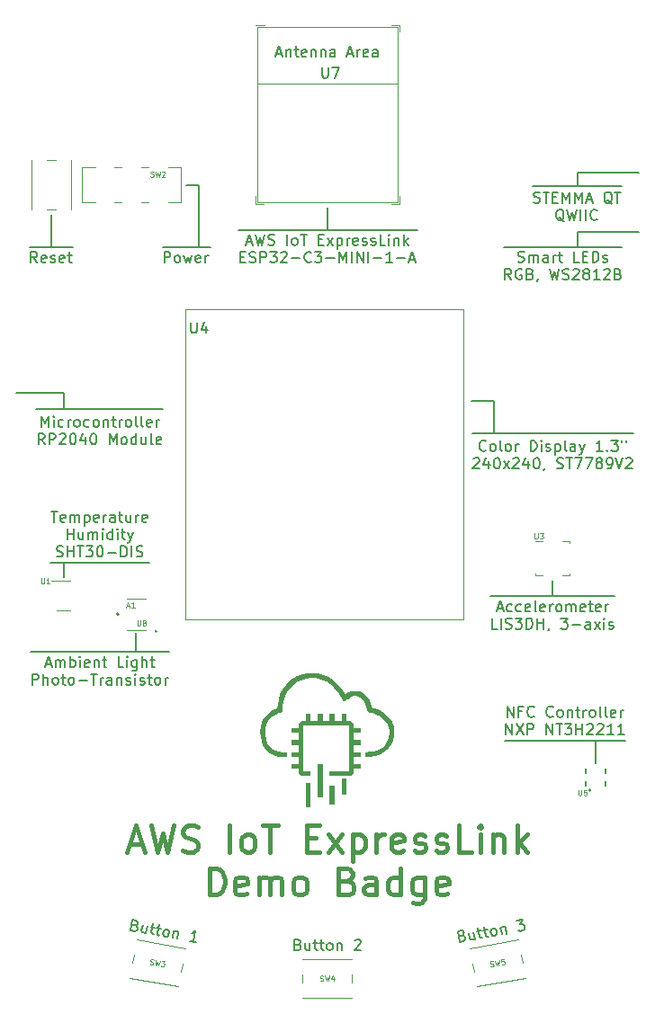
<source format=gto>
G04 #@! TF.GenerationSoftware,KiCad,Pcbnew,6.0.7+dfsg-1~bpo11+1*
G04 #@! TF.CreationDate,2023-01-24T09:36:57+00:00*
G04 #@! TF.ProjectId,aws-iot-expresslink-demo-badge,6177732d-696f-4742-9d65-787072657373,1*
G04 #@! TF.SameCoordinates,Original*
G04 #@! TF.FileFunction,Legend,Top*
G04 #@! TF.FilePolarity,Positive*
%FSLAX46Y46*%
G04 Gerber Fmt 4.6, Leading zero omitted, Abs format (unit mm)*
G04 Created by KiCad (PCBNEW 6.0.7+dfsg-1~bpo11+1) date 2023-01-24 09:36:57*
%MOMM*%
%LPD*%
G01*
G04 APERTURE LIST*
%ADD10C,0.150000*%
%ADD11C,0.177800*%
%ADD12C,0.400000*%
%ADD13C,0.114300*%
%ADD14C,0.200000*%
%ADD15C,0.120000*%
%ADD16C,0.127000*%
%ADD17R,0.800000X0.800000*%
%ADD18R,0.711200X0.990600*%
%ADD19R,0.800000X0.400000*%
%ADD20R,0.400000X0.800000*%
%ADD21R,1.450000X1.450000*%
%ADD22R,0.700000X0.700000*%
%ADD23R,0.370000X0.450000*%
%ADD24R,0.270000X0.450000*%
%ADD25R,0.450000X0.270000*%
%ADD26R,0.558800X0.889000*%
%ADD27R,0.990600X0.711200*%
%ADD28R,0.550000X0.250000*%
%ADD29R,1.193800X2.489200*%
%ADD30O,1.200000X1.750000*%
G04 APERTURE END LIST*
D10*
X137947400Y-134112000D02*
X126263400Y-134112000D01*
X98806000Y-95402400D02*
X98806000Y-101269800D01*
X99872800Y-101269800D02*
X95453200Y-101269800D01*
X119354600Y-99695000D02*
X102565200Y-99695000D01*
X92906700Y-137617200D02*
X92906700Y-139344400D01*
X139725400Y-118821200D02*
X124510800Y-118821200D01*
X138607800Y-95554800D02*
X130225800Y-95554800D01*
X127508000Y-101295200D02*
X138633200Y-101295200D01*
X86080600Y-114960400D02*
X86080600Y-116509800D01*
X98806000Y-95402400D02*
X97586800Y-95402400D01*
X140208000Y-94234000D02*
X134416800Y-94234000D01*
X134416800Y-94234000D02*
X134416800Y-95554800D01*
X95973900Y-139344400D02*
X82969100Y-139344400D01*
X138963400Y-147751800D02*
X127558800Y-147751800D01*
X134416800Y-101295200D02*
X134416800Y-99822000D01*
X86918800Y-101269800D02*
X82905600Y-101269800D01*
X134416800Y-99822000D02*
X140208000Y-99822000D01*
X86106000Y-131013200D02*
X86106000Y-132384800D01*
X126593600Y-118821200D02*
X126593600Y-115722400D01*
X126593600Y-115722400D02*
X124485400Y-115722400D01*
X84912200Y-98221800D02*
X84912200Y-101269800D01*
X95427800Y-116560600D02*
X83515200Y-116560600D01*
X81635600Y-114960400D02*
X86080600Y-114960400D01*
X110896400Y-97586800D02*
X110896400Y-99695000D01*
X94107000Y-131013200D02*
X84836000Y-131013200D01*
X132080000Y-134112000D02*
X132080000Y-132715000D01*
X136144000Y-147751800D02*
X136144000Y-149923500D01*
D11*
X83980261Y-118208939D02*
X83980261Y-117192939D01*
X84318928Y-117918653D01*
X84657595Y-117192939D01*
X84657595Y-118208939D01*
X85141404Y-118208939D02*
X85141404Y-117531605D01*
X85141404Y-117192939D02*
X85093023Y-117241320D01*
X85141404Y-117289700D01*
X85189785Y-117241320D01*
X85141404Y-117192939D01*
X85141404Y-117289700D01*
X86060642Y-118160558D02*
X85963880Y-118208939D01*
X85770357Y-118208939D01*
X85673595Y-118160558D01*
X85625214Y-118112177D01*
X85576833Y-118015415D01*
X85576833Y-117725129D01*
X85625214Y-117628367D01*
X85673595Y-117579986D01*
X85770357Y-117531605D01*
X85963880Y-117531605D01*
X86060642Y-117579986D01*
X86496071Y-118208939D02*
X86496071Y-117531605D01*
X86496071Y-117725129D02*
X86544452Y-117628367D01*
X86592833Y-117579986D01*
X86689595Y-117531605D01*
X86786357Y-117531605D01*
X87270166Y-118208939D02*
X87173404Y-118160558D01*
X87125023Y-118112177D01*
X87076642Y-118015415D01*
X87076642Y-117725129D01*
X87125023Y-117628367D01*
X87173404Y-117579986D01*
X87270166Y-117531605D01*
X87415309Y-117531605D01*
X87512071Y-117579986D01*
X87560452Y-117628367D01*
X87608833Y-117725129D01*
X87608833Y-118015415D01*
X87560452Y-118112177D01*
X87512071Y-118160558D01*
X87415309Y-118208939D01*
X87270166Y-118208939D01*
X88479690Y-118160558D02*
X88382928Y-118208939D01*
X88189404Y-118208939D01*
X88092642Y-118160558D01*
X88044261Y-118112177D01*
X87995880Y-118015415D01*
X87995880Y-117725129D01*
X88044261Y-117628367D01*
X88092642Y-117579986D01*
X88189404Y-117531605D01*
X88382928Y-117531605D01*
X88479690Y-117579986D01*
X89060261Y-118208939D02*
X88963500Y-118160558D01*
X88915119Y-118112177D01*
X88866738Y-118015415D01*
X88866738Y-117725129D01*
X88915119Y-117628367D01*
X88963500Y-117579986D01*
X89060261Y-117531605D01*
X89205404Y-117531605D01*
X89302166Y-117579986D01*
X89350547Y-117628367D01*
X89398928Y-117725129D01*
X89398928Y-118015415D01*
X89350547Y-118112177D01*
X89302166Y-118160558D01*
X89205404Y-118208939D01*
X89060261Y-118208939D01*
X89834357Y-117531605D02*
X89834357Y-118208939D01*
X89834357Y-117628367D02*
X89882738Y-117579986D01*
X89979500Y-117531605D01*
X90124642Y-117531605D01*
X90221404Y-117579986D01*
X90269785Y-117676748D01*
X90269785Y-118208939D01*
X90608452Y-117531605D02*
X90995500Y-117531605D01*
X90753595Y-117192939D02*
X90753595Y-118063796D01*
X90801976Y-118160558D01*
X90898738Y-118208939D01*
X90995500Y-118208939D01*
X91334166Y-118208939D02*
X91334166Y-117531605D01*
X91334166Y-117725129D02*
X91382547Y-117628367D01*
X91430928Y-117579986D01*
X91527690Y-117531605D01*
X91624452Y-117531605D01*
X92108261Y-118208939D02*
X92011500Y-118160558D01*
X91963119Y-118112177D01*
X91914738Y-118015415D01*
X91914738Y-117725129D01*
X91963119Y-117628367D01*
X92011500Y-117579986D01*
X92108261Y-117531605D01*
X92253404Y-117531605D01*
X92350166Y-117579986D01*
X92398547Y-117628367D01*
X92446928Y-117725129D01*
X92446928Y-118015415D01*
X92398547Y-118112177D01*
X92350166Y-118160558D01*
X92253404Y-118208939D01*
X92108261Y-118208939D01*
X93027500Y-118208939D02*
X92930738Y-118160558D01*
X92882357Y-118063796D01*
X92882357Y-117192939D01*
X93559690Y-118208939D02*
X93462928Y-118160558D01*
X93414547Y-118063796D01*
X93414547Y-117192939D01*
X94333785Y-118160558D02*
X94237023Y-118208939D01*
X94043500Y-118208939D01*
X93946738Y-118160558D01*
X93898357Y-118063796D01*
X93898357Y-117676748D01*
X93946738Y-117579986D01*
X94043500Y-117531605D01*
X94237023Y-117531605D01*
X94333785Y-117579986D01*
X94382166Y-117676748D01*
X94382166Y-117773510D01*
X93898357Y-117870272D01*
X94817595Y-118208939D02*
X94817595Y-117531605D01*
X94817595Y-117725129D02*
X94865976Y-117628367D01*
X94914357Y-117579986D01*
X95011119Y-117531605D01*
X95107880Y-117531605D01*
X84294738Y-119844699D02*
X83956071Y-119360889D01*
X83714166Y-119844699D02*
X83714166Y-118828699D01*
X84101214Y-118828699D01*
X84197976Y-118877080D01*
X84246357Y-118925460D01*
X84294738Y-119022222D01*
X84294738Y-119167365D01*
X84246357Y-119264127D01*
X84197976Y-119312508D01*
X84101214Y-119360889D01*
X83714166Y-119360889D01*
X84730166Y-119844699D02*
X84730166Y-118828699D01*
X85117214Y-118828699D01*
X85213976Y-118877080D01*
X85262357Y-118925460D01*
X85310738Y-119022222D01*
X85310738Y-119167365D01*
X85262357Y-119264127D01*
X85213976Y-119312508D01*
X85117214Y-119360889D01*
X84730166Y-119360889D01*
X85697785Y-118925460D02*
X85746166Y-118877080D01*
X85842928Y-118828699D01*
X86084833Y-118828699D01*
X86181595Y-118877080D01*
X86229976Y-118925460D01*
X86278357Y-119022222D01*
X86278357Y-119118984D01*
X86229976Y-119264127D01*
X85649404Y-119844699D01*
X86278357Y-119844699D01*
X86907309Y-118828699D02*
X87004071Y-118828699D01*
X87100833Y-118877080D01*
X87149214Y-118925460D01*
X87197595Y-119022222D01*
X87245976Y-119215746D01*
X87245976Y-119457651D01*
X87197595Y-119651175D01*
X87149214Y-119747937D01*
X87100833Y-119796318D01*
X87004071Y-119844699D01*
X86907309Y-119844699D01*
X86810547Y-119796318D01*
X86762166Y-119747937D01*
X86713785Y-119651175D01*
X86665404Y-119457651D01*
X86665404Y-119215746D01*
X86713785Y-119022222D01*
X86762166Y-118925460D01*
X86810547Y-118877080D01*
X86907309Y-118828699D01*
X88116833Y-119167365D02*
X88116833Y-119844699D01*
X87874928Y-118780318D02*
X87633023Y-119506032D01*
X88261976Y-119506032D01*
X88842547Y-118828699D02*
X88939309Y-118828699D01*
X89036071Y-118877080D01*
X89084452Y-118925460D01*
X89132833Y-119022222D01*
X89181214Y-119215746D01*
X89181214Y-119457651D01*
X89132833Y-119651175D01*
X89084452Y-119747937D01*
X89036071Y-119796318D01*
X88939309Y-119844699D01*
X88842547Y-119844699D01*
X88745785Y-119796318D01*
X88697404Y-119747937D01*
X88649023Y-119651175D01*
X88600642Y-119457651D01*
X88600642Y-119215746D01*
X88649023Y-119022222D01*
X88697404Y-118925460D01*
X88745785Y-118877080D01*
X88842547Y-118828699D01*
X90390738Y-119844699D02*
X90390738Y-118828699D01*
X90729404Y-119554413D01*
X91068071Y-118828699D01*
X91068071Y-119844699D01*
X91697023Y-119844699D02*
X91600261Y-119796318D01*
X91551880Y-119747937D01*
X91503500Y-119651175D01*
X91503500Y-119360889D01*
X91551880Y-119264127D01*
X91600261Y-119215746D01*
X91697023Y-119167365D01*
X91842166Y-119167365D01*
X91938928Y-119215746D01*
X91987309Y-119264127D01*
X92035690Y-119360889D01*
X92035690Y-119651175D01*
X91987309Y-119747937D01*
X91938928Y-119796318D01*
X91842166Y-119844699D01*
X91697023Y-119844699D01*
X92906547Y-119844699D02*
X92906547Y-118828699D01*
X92906547Y-119796318D02*
X92809785Y-119844699D01*
X92616261Y-119844699D01*
X92519500Y-119796318D01*
X92471119Y-119747937D01*
X92422738Y-119651175D01*
X92422738Y-119360889D01*
X92471119Y-119264127D01*
X92519500Y-119215746D01*
X92616261Y-119167365D01*
X92809785Y-119167365D01*
X92906547Y-119215746D01*
X93825785Y-119167365D02*
X93825785Y-119844699D01*
X93390357Y-119167365D02*
X93390357Y-119699556D01*
X93438738Y-119796318D01*
X93535500Y-119844699D01*
X93680642Y-119844699D01*
X93777404Y-119796318D01*
X93825785Y-119747937D01*
X94454738Y-119844699D02*
X94357976Y-119796318D01*
X94309595Y-119699556D01*
X94309595Y-118828699D01*
X95228833Y-119796318D02*
X95132071Y-119844699D01*
X94938547Y-119844699D01*
X94841785Y-119796318D01*
X94793404Y-119699556D01*
X94793404Y-119312508D01*
X94841785Y-119215746D01*
X94938547Y-119167365D01*
X95132071Y-119167365D01*
X95228833Y-119215746D01*
X95277214Y-119312508D01*
X95277214Y-119409270D01*
X94793404Y-119506032D01*
X103300590Y-100799053D02*
X103784399Y-100799053D01*
X103203828Y-101089339D02*
X103542495Y-100073339D01*
X103881161Y-101089339D01*
X104123066Y-100073339D02*
X104364971Y-101089339D01*
X104558495Y-100363624D01*
X104752019Y-101089339D01*
X104993923Y-100073339D01*
X105332590Y-101040958D02*
X105477733Y-101089339D01*
X105719638Y-101089339D01*
X105816399Y-101040958D01*
X105864780Y-100992577D01*
X105913161Y-100895815D01*
X105913161Y-100799053D01*
X105864780Y-100702291D01*
X105816399Y-100653910D01*
X105719638Y-100605529D01*
X105526114Y-100557148D01*
X105429352Y-100508767D01*
X105380971Y-100460386D01*
X105332590Y-100363624D01*
X105332590Y-100266862D01*
X105380971Y-100170100D01*
X105429352Y-100121720D01*
X105526114Y-100073339D01*
X105768019Y-100073339D01*
X105913161Y-100121720D01*
X107122685Y-101089339D02*
X107122685Y-100073339D01*
X107751638Y-101089339D02*
X107654876Y-101040958D01*
X107606495Y-100992577D01*
X107558114Y-100895815D01*
X107558114Y-100605529D01*
X107606495Y-100508767D01*
X107654876Y-100460386D01*
X107751638Y-100412005D01*
X107896780Y-100412005D01*
X107993542Y-100460386D01*
X108041923Y-100508767D01*
X108090304Y-100605529D01*
X108090304Y-100895815D01*
X108041923Y-100992577D01*
X107993542Y-101040958D01*
X107896780Y-101089339D01*
X107751638Y-101089339D01*
X108380590Y-100073339D02*
X108961161Y-100073339D01*
X108670876Y-101089339D02*
X108670876Y-100073339D01*
X110073923Y-100557148D02*
X110412590Y-100557148D01*
X110557733Y-101089339D02*
X110073923Y-101089339D01*
X110073923Y-100073339D01*
X110557733Y-100073339D01*
X110896399Y-101089339D02*
X111428590Y-100412005D01*
X110896399Y-100412005D02*
X111428590Y-101089339D01*
X111815638Y-100412005D02*
X111815638Y-101428005D01*
X111815638Y-100460386D02*
X111912399Y-100412005D01*
X112105923Y-100412005D01*
X112202685Y-100460386D01*
X112251066Y-100508767D01*
X112299447Y-100605529D01*
X112299447Y-100895815D01*
X112251066Y-100992577D01*
X112202685Y-101040958D01*
X112105923Y-101089339D01*
X111912399Y-101089339D01*
X111815638Y-101040958D01*
X112734876Y-101089339D02*
X112734876Y-100412005D01*
X112734876Y-100605529D02*
X112783257Y-100508767D01*
X112831638Y-100460386D01*
X112928399Y-100412005D01*
X113025161Y-100412005D01*
X113750876Y-101040958D02*
X113654114Y-101089339D01*
X113460590Y-101089339D01*
X113363828Y-101040958D01*
X113315447Y-100944196D01*
X113315447Y-100557148D01*
X113363828Y-100460386D01*
X113460590Y-100412005D01*
X113654114Y-100412005D01*
X113750876Y-100460386D01*
X113799257Y-100557148D01*
X113799257Y-100653910D01*
X113315447Y-100750672D01*
X114186304Y-101040958D02*
X114283066Y-101089339D01*
X114476590Y-101089339D01*
X114573352Y-101040958D01*
X114621733Y-100944196D01*
X114621733Y-100895815D01*
X114573352Y-100799053D01*
X114476590Y-100750672D01*
X114331447Y-100750672D01*
X114234685Y-100702291D01*
X114186304Y-100605529D01*
X114186304Y-100557148D01*
X114234685Y-100460386D01*
X114331447Y-100412005D01*
X114476590Y-100412005D01*
X114573352Y-100460386D01*
X115008780Y-101040958D02*
X115105542Y-101089339D01*
X115299066Y-101089339D01*
X115395828Y-101040958D01*
X115444209Y-100944196D01*
X115444209Y-100895815D01*
X115395828Y-100799053D01*
X115299066Y-100750672D01*
X115153923Y-100750672D01*
X115057161Y-100702291D01*
X115008780Y-100605529D01*
X115008780Y-100557148D01*
X115057161Y-100460386D01*
X115153923Y-100412005D01*
X115299066Y-100412005D01*
X115395828Y-100460386D01*
X116363447Y-101089339D02*
X115879638Y-101089339D01*
X115879638Y-100073339D01*
X116702114Y-101089339D02*
X116702114Y-100412005D01*
X116702114Y-100073339D02*
X116653733Y-100121720D01*
X116702114Y-100170100D01*
X116750495Y-100121720D01*
X116702114Y-100073339D01*
X116702114Y-100170100D01*
X117185923Y-100412005D02*
X117185923Y-101089339D01*
X117185923Y-100508767D02*
X117234304Y-100460386D01*
X117331066Y-100412005D01*
X117476209Y-100412005D01*
X117572971Y-100460386D01*
X117621352Y-100557148D01*
X117621352Y-101089339D01*
X118105161Y-101089339D02*
X118105161Y-100073339D01*
X118201923Y-100702291D02*
X118492209Y-101089339D01*
X118492209Y-100412005D02*
X118105161Y-100799053D01*
X102695828Y-102192908D02*
X103034495Y-102192908D01*
X103179638Y-102725099D02*
X102695828Y-102725099D01*
X102695828Y-101709099D01*
X103179638Y-101709099D01*
X103566685Y-102676718D02*
X103711828Y-102725099D01*
X103953733Y-102725099D01*
X104050495Y-102676718D01*
X104098876Y-102628337D01*
X104147257Y-102531575D01*
X104147257Y-102434813D01*
X104098876Y-102338051D01*
X104050495Y-102289670D01*
X103953733Y-102241289D01*
X103760209Y-102192908D01*
X103663447Y-102144527D01*
X103615066Y-102096146D01*
X103566685Y-101999384D01*
X103566685Y-101902622D01*
X103615066Y-101805860D01*
X103663447Y-101757480D01*
X103760209Y-101709099D01*
X104002114Y-101709099D01*
X104147257Y-101757480D01*
X104582685Y-102725099D02*
X104582685Y-101709099D01*
X104969733Y-101709099D01*
X105066495Y-101757480D01*
X105114876Y-101805860D01*
X105163257Y-101902622D01*
X105163257Y-102047765D01*
X105114876Y-102144527D01*
X105066495Y-102192908D01*
X104969733Y-102241289D01*
X104582685Y-102241289D01*
X105501923Y-101709099D02*
X106130876Y-101709099D01*
X105792209Y-102096146D01*
X105937352Y-102096146D01*
X106034114Y-102144527D01*
X106082495Y-102192908D01*
X106130876Y-102289670D01*
X106130876Y-102531575D01*
X106082495Y-102628337D01*
X106034114Y-102676718D01*
X105937352Y-102725099D01*
X105647066Y-102725099D01*
X105550304Y-102676718D01*
X105501923Y-102628337D01*
X106517923Y-101805860D02*
X106566304Y-101757480D01*
X106663066Y-101709099D01*
X106904971Y-101709099D01*
X107001733Y-101757480D01*
X107050114Y-101805860D01*
X107098495Y-101902622D01*
X107098495Y-101999384D01*
X107050114Y-102144527D01*
X106469542Y-102725099D01*
X107098495Y-102725099D01*
X107533923Y-102338051D02*
X108308019Y-102338051D01*
X109372400Y-102628337D02*
X109324019Y-102676718D01*
X109178876Y-102725099D01*
X109082114Y-102725099D01*
X108936971Y-102676718D01*
X108840209Y-102579956D01*
X108791828Y-102483194D01*
X108743447Y-102289670D01*
X108743447Y-102144527D01*
X108791828Y-101951003D01*
X108840209Y-101854241D01*
X108936971Y-101757480D01*
X109082114Y-101709099D01*
X109178876Y-101709099D01*
X109324019Y-101757480D01*
X109372400Y-101805860D01*
X109711066Y-101709099D02*
X110340019Y-101709099D01*
X110001352Y-102096146D01*
X110146495Y-102096146D01*
X110243257Y-102144527D01*
X110291638Y-102192908D01*
X110340019Y-102289670D01*
X110340019Y-102531575D01*
X110291638Y-102628337D01*
X110243257Y-102676718D01*
X110146495Y-102725099D01*
X109856209Y-102725099D01*
X109759447Y-102676718D01*
X109711066Y-102628337D01*
X110775447Y-102338051D02*
X111549542Y-102338051D01*
X112033352Y-102725099D02*
X112033352Y-101709099D01*
X112372019Y-102434813D01*
X112710685Y-101709099D01*
X112710685Y-102725099D01*
X113194495Y-102725099D02*
X113194495Y-101709099D01*
X113678304Y-102725099D02*
X113678304Y-101709099D01*
X114258876Y-102725099D01*
X114258876Y-101709099D01*
X114742685Y-102725099D02*
X114742685Y-101709099D01*
X115226495Y-102338051D02*
X116000590Y-102338051D01*
X117016590Y-102725099D02*
X116436019Y-102725099D01*
X116726304Y-102725099D02*
X116726304Y-101709099D01*
X116629542Y-101854241D01*
X116532780Y-101951003D01*
X116436019Y-101999384D01*
X117452019Y-102338051D02*
X118226114Y-102338051D01*
X118661542Y-102434813D02*
X119145352Y-102434813D01*
X118564780Y-102725099D02*
X118903447Y-101709099D01*
X119242114Y-102725099D01*
X127828523Y-145539339D02*
X127828523Y-144523339D01*
X128409095Y-145539339D01*
X128409095Y-144523339D01*
X129231571Y-145007148D02*
X128892904Y-145007148D01*
X128892904Y-145539339D02*
X128892904Y-144523339D01*
X129376714Y-144523339D01*
X130344333Y-145442577D02*
X130295952Y-145490958D01*
X130150809Y-145539339D01*
X130054047Y-145539339D01*
X129908904Y-145490958D01*
X129812142Y-145394196D01*
X129763761Y-145297434D01*
X129715380Y-145103910D01*
X129715380Y-144958767D01*
X129763761Y-144765243D01*
X129812142Y-144668481D01*
X129908904Y-144571720D01*
X130054047Y-144523339D01*
X130150809Y-144523339D01*
X130295952Y-144571720D01*
X130344333Y-144620100D01*
X132134428Y-145442577D02*
X132086047Y-145490958D01*
X131940904Y-145539339D01*
X131844142Y-145539339D01*
X131699000Y-145490958D01*
X131602238Y-145394196D01*
X131553857Y-145297434D01*
X131505476Y-145103910D01*
X131505476Y-144958767D01*
X131553857Y-144765243D01*
X131602238Y-144668481D01*
X131699000Y-144571720D01*
X131844142Y-144523339D01*
X131940904Y-144523339D01*
X132086047Y-144571720D01*
X132134428Y-144620100D01*
X132715000Y-145539339D02*
X132618238Y-145490958D01*
X132569857Y-145442577D01*
X132521476Y-145345815D01*
X132521476Y-145055529D01*
X132569857Y-144958767D01*
X132618238Y-144910386D01*
X132715000Y-144862005D01*
X132860142Y-144862005D01*
X132956904Y-144910386D01*
X133005285Y-144958767D01*
X133053666Y-145055529D01*
X133053666Y-145345815D01*
X133005285Y-145442577D01*
X132956904Y-145490958D01*
X132860142Y-145539339D01*
X132715000Y-145539339D01*
X133489095Y-144862005D02*
X133489095Y-145539339D01*
X133489095Y-144958767D02*
X133537476Y-144910386D01*
X133634238Y-144862005D01*
X133779380Y-144862005D01*
X133876142Y-144910386D01*
X133924523Y-145007148D01*
X133924523Y-145539339D01*
X134263190Y-144862005D02*
X134650238Y-144862005D01*
X134408333Y-144523339D02*
X134408333Y-145394196D01*
X134456714Y-145490958D01*
X134553476Y-145539339D01*
X134650238Y-145539339D01*
X134988904Y-145539339D02*
X134988904Y-144862005D01*
X134988904Y-145055529D02*
X135037285Y-144958767D01*
X135085666Y-144910386D01*
X135182428Y-144862005D01*
X135279190Y-144862005D01*
X135763000Y-145539339D02*
X135666238Y-145490958D01*
X135617857Y-145442577D01*
X135569476Y-145345815D01*
X135569476Y-145055529D01*
X135617857Y-144958767D01*
X135666238Y-144910386D01*
X135763000Y-144862005D01*
X135908142Y-144862005D01*
X136004904Y-144910386D01*
X136053285Y-144958767D01*
X136101666Y-145055529D01*
X136101666Y-145345815D01*
X136053285Y-145442577D01*
X136004904Y-145490958D01*
X135908142Y-145539339D01*
X135763000Y-145539339D01*
X136682238Y-145539339D02*
X136585476Y-145490958D01*
X136537095Y-145394196D01*
X136537095Y-144523339D01*
X137214428Y-145539339D02*
X137117666Y-145490958D01*
X137069285Y-145394196D01*
X137069285Y-144523339D01*
X137988523Y-145490958D02*
X137891761Y-145539339D01*
X137698238Y-145539339D01*
X137601476Y-145490958D01*
X137553095Y-145394196D01*
X137553095Y-145007148D01*
X137601476Y-144910386D01*
X137698238Y-144862005D01*
X137891761Y-144862005D01*
X137988523Y-144910386D01*
X138036904Y-145007148D01*
X138036904Y-145103910D01*
X137553095Y-145200672D01*
X138472333Y-145539339D02*
X138472333Y-144862005D01*
X138472333Y-145055529D02*
X138520714Y-144958767D01*
X138569095Y-144910386D01*
X138665857Y-144862005D01*
X138762619Y-144862005D01*
X127683380Y-147175099D02*
X127683380Y-146159099D01*
X128263952Y-147175099D01*
X128263952Y-146159099D01*
X128651000Y-146159099D02*
X129328333Y-147175099D01*
X129328333Y-146159099D02*
X128651000Y-147175099D01*
X129715380Y-147175099D02*
X129715380Y-146159099D01*
X130102428Y-146159099D01*
X130199190Y-146207480D01*
X130247571Y-146255860D01*
X130295952Y-146352622D01*
X130295952Y-146497765D01*
X130247571Y-146594527D01*
X130199190Y-146642908D01*
X130102428Y-146691289D01*
X129715380Y-146691289D01*
X131505476Y-147175099D02*
X131505476Y-146159099D01*
X132086047Y-147175099D01*
X132086047Y-146159099D01*
X132424714Y-146159099D02*
X133005285Y-146159099D01*
X132715000Y-147175099D02*
X132715000Y-146159099D01*
X133247190Y-146159099D02*
X133876142Y-146159099D01*
X133537476Y-146546146D01*
X133682619Y-146546146D01*
X133779380Y-146594527D01*
X133827761Y-146642908D01*
X133876142Y-146739670D01*
X133876142Y-146981575D01*
X133827761Y-147078337D01*
X133779380Y-147126718D01*
X133682619Y-147175099D01*
X133392333Y-147175099D01*
X133295571Y-147126718D01*
X133247190Y-147078337D01*
X134311571Y-147175099D02*
X134311571Y-146159099D01*
X134311571Y-146642908D02*
X134892142Y-146642908D01*
X134892142Y-147175099D02*
X134892142Y-146159099D01*
X135327571Y-146255860D02*
X135375952Y-146207480D01*
X135472714Y-146159099D01*
X135714619Y-146159099D01*
X135811380Y-146207480D01*
X135859761Y-146255860D01*
X135908142Y-146352622D01*
X135908142Y-146449384D01*
X135859761Y-146594527D01*
X135279190Y-147175099D01*
X135908142Y-147175099D01*
X136295190Y-146255860D02*
X136343571Y-146207480D01*
X136440333Y-146159099D01*
X136682238Y-146159099D01*
X136779000Y-146207480D01*
X136827380Y-146255860D01*
X136875761Y-146352622D01*
X136875761Y-146449384D01*
X136827380Y-146594527D01*
X136246809Y-147175099D01*
X136875761Y-147175099D01*
X137843380Y-147175099D02*
X137262809Y-147175099D01*
X137553095Y-147175099D02*
X137553095Y-146159099D01*
X137456333Y-146304241D01*
X137359571Y-146401003D01*
X137262809Y-146449384D01*
X138811000Y-147175099D02*
X138230428Y-147175099D01*
X138520714Y-147175099D02*
X138520714Y-146159099D01*
X138423952Y-146304241D01*
X138327190Y-146401003D01*
X138230428Y-146449384D01*
X95553590Y-102720019D02*
X95553590Y-101704019D01*
X95940638Y-101704019D01*
X96037400Y-101752400D01*
X96085780Y-101800780D01*
X96134161Y-101897542D01*
X96134161Y-102042685D01*
X96085780Y-102139447D01*
X96037400Y-102187828D01*
X95940638Y-102236209D01*
X95553590Y-102236209D01*
X96714733Y-102720019D02*
X96617971Y-102671638D01*
X96569590Y-102623257D01*
X96521209Y-102526495D01*
X96521209Y-102236209D01*
X96569590Y-102139447D01*
X96617971Y-102091066D01*
X96714733Y-102042685D01*
X96859876Y-102042685D01*
X96956638Y-102091066D01*
X97005019Y-102139447D01*
X97053400Y-102236209D01*
X97053400Y-102526495D01*
X97005019Y-102623257D01*
X96956638Y-102671638D01*
X96859876Y-102720019D01*
X96714733Y-102720019D01*
X97392066Y-102042685D02*
X97585590Y-102720019D01*
X97779114Y-102236209D01*
X97972638Y-102720019D01*
X98166161Y-102042685D01*
X98940257Y-102671638D02*
X98843495Y-102720019D01*
X98649971Y-102720019D01*
X98553209Y-102671638D01*
X98504828Y-102574876D01*
X98504828Y-102187828D01*
X98553209Y-102091066D01*
X98649971Y-102042685D01*
X98843495Y-102042685D01*
X98940257Y-102091066D01*
X98988638Y-102187828D01*
X98988638Y-102284590D01*
X98504828Y-102381352D01*
X99424066Y-102720019D02*
X99424066Y-102042685D01*
X99424066Y-102236209D02*
X99472447Y-102139447D01*
X99520828Y-102091066D01*
X99617590Y-102042685D01*
X99714352Y-102042685D01*
X84899500Y-126154059D02*
X85480071Y-126154059D01*
X85189785Y-127170059D02*
X85189785Y-126154059D01*
X86205785Y-127121678D02*
X86109023Y-127170059D01*
X85915500Y-127170059D01*
X85818738Y-127121678D01*
X85770357Y-127024916D01*
X85770357Y-126637868D01*
X85818738Y-126541106D01*
X85915500Y-126492725D01*
X86109023Y-126492725D01*
X86205785Y-126541106D01*
X86254166Y-126637868D01*
X86254166Y-126734630D01*
X85770357Y-126831392D01*
X86689595Y-127170059D02*
X86689595Y-126492725D01*
X86689595Y-126589487D02*
X86737976Y-126541106D01*
X86834738Y-126492725D01*
X86979880Y-126492725D01*
X87076642Y-126541106D01*
X87125023Y-126637868D01*
X87125023Y-127170059D01*
X87125023Y-126637868D02*
X87173404Y-126541106D01*
X87270166Y-126492725D01*
X87415309Y-126492725D01*
X87512071Y-126541106D01*
X87560452Y-126637868D01*
X87560452Y-127170059D01*
X88044261Y-126492725D02*
X88044261Y-127508725D01*
X88044261Y-126541106D02*
X88141023Y-126492725D01*
X88334547Y-126492725D01*
X88431309Y-126541106D01*
X88479690Y-126589487D01*
X88528071Y-126686249D01*
X88528071Y-126976535D01*
X88479690Y-127073297D01*
X88431309Y-127121678D01*
X88334547Y-127170059D01*
X88141023Y-127170059D01*
X88044261Y-127121678D01*
X89350547Y-127121678D02*
X89253785Y-127170059D01*
X89060261Y-127170059D01*
X88963500Y-127121678D01*
X88915119Y-127024916D01*
X88915119Y-126637868D01*
X88963500Y-126541106D01*
X89060261Y-126492725D01*
X89253785Y-126492725D01*
X89350547Y-126541106D01*
X89398928Y-126637868D01*
X89398928Y-126734630D01*
X88915119Y-126831392D01*
X89834357Y-127170059D02*
X89834357Y-126492725D01*
X89834357Y-126686249D02*
X89882738Y-126589487D01*
X89931119Y-126541106D01*
X90027880Y-126492725D01*
X90124642Y-126492725D01*
X90898738Y-127170059D02*
X90898738Y-126637868D01*
X90850357Y-126541106D01*
X90753595Y-126492725D01*
X90560071Y-126492725D01*
X90463309Y-126541106D01*
X90898738Y-127121678D02*
X90801976Y-127170059D01*
X90560071Y-127170059D01*
X90463309Y-127121678D01*
X90414928Y-127024916D01*
X90414928Y-126928154D01*
X90463309Y-126831392D01*
X90560071Y-126783011D01*
X90801976Y-126783011D01*
X90898738Y-126734630D01*
X91237404Y-126492725D02*
X91624452Y-126492725D01*
X91382547Y-126154059D02*
X91382547Y-127024916D01*
X91430928Y-127121678D01*
X91527690Y-127170059D01*
X91624452Y-127170059D01*
X92398547Y-126492725D02*
X92398547Y-127170059D01*
X91963119Y-126492725D02*
X91963119Y-127024916D01*
X92011500Y-127121678D01*
X92108261Y-127170059D01*
X92253404Y-127170059D01*
X92350166Y-127121678D01*
X92398547Y-127073297D01*
X92882357Y-127170059D02*
X92882357Y-126492725D01*
X92882357Y-126686249D02*
X92930738Y-126589487D01*
X92979119Y-126541106D01*
X93075880Y-126492725D01*
X93172642Y-126492725D01*
X93898357Y-127121678D02*
X93801595Y-127170059D01*
X93608071Y-127170059D01*
X93511309Y-127121678D01*
X93462928Y-127024916D01*
X93462928Y-126637868D01*
X93511309Y-126541106D01*
X93608071Y-126492725D01*
X93801595Y-126492725D01*
X93898357Y-126541106D01*
X93946738Y-126637868D01*
X93946738Y-126734630D01*
X93462928Y-126831392D01*
X86423500Y-128805819D02*
X86423500Y-127789819D01*
X86423500Y-128273628D02*
X87004071Y-128273628D01*
X87004071Y-128805819D02*
X87004071Y-127789819D01*
X87923309Y-128128485D02*
X87923309Y-128805819D01*
X87487880Y-128128485D02*
X87487880Y-128660676D01*
X87536261Y-128757438D01*
X87633023Y-128805819D01*
X87778166Y-128805819D01*
X87874928Y-128757438D01*
X87923309Y-128709057D01*
X88407119Y-128805819D02*
X88407119Y-128128485D01*
X88407119Y-128225247D02*
X88455500Y-128176866D01*
X88552261Y-128128485D01*
X88697404Y-128128485D01*
X88794166Y-128176866D01*
X88842547Y-128273628D01*
X88842547Y-128805819D01*
X88842547Y-128273628D02*
X88890928Y-128176866D01*
X88987690Y-128128485D01*
X89132833Y-128128485D01*
X89229595Y-128176866D01*
X89277976Y-128273628D01*
X89277976Y-128805819D01*
X89761785Y-128805819D02*
X89761785Y-128128485D01*
X89761785Y-127789819D02*
X89713404Y-127838200D01*
X89761785Y-127886580D01*
X89810166Y-127838200D01*
X89761785Y-127789819D01*
X89761785Y-127886580D01*
X90681023Y-128805819D02*
X90681023Y-127789819D01*
X90681023Y-128757438D02*
X90584261Y-128805819D01*
X90390738Y-128805819D01*
X90293976Y-128757438D01*
X90245595Y-128709057D01*
X90197214Y-128612295D01*
X90197214Y-128322009D01*
X90245595Y-128225247D01*
X90293976Y-128176866D01*
X90390738Y-128128485D01*
X90584261Y-128128485D01*
X90681023Y-128176866D01*
X91164833Y-128805819D02*
X91164833Y-128128485D01*
X91164833Y-127789819D02*
X91116452Y-127838200D01*
X91164833Y-127886580D01*
X91213214Y-127838200D01*
X91164833Y-127789819D01*
X91164833Y-127886580D01*
X91503500Y-128128485D02*
X91890547Y-128128485D01*
X91648642Y-127789819D02*
X91648642Y-128660676D01*
X91697023Y-128757438D01*
X91793785Y-128805819D01*
X91890547Y-128805819D01*
X92132452Y-128128485D02*
X92374357Y-128805819D01*
X92616261Y-128128485D02*
X92374357Y-128805819D01*
X92277595Y-129047723D01*
X92229214Y-129096104D01*
X92132452Y-129144485D01*
X85431690Y-130393198D02*
X85576833Y-130441579D01*
X85818738Y-130441579D01*
X85915500Y-130393198D01*
X85963880Y-130344817D01*
X86012261Y-130248055D01*
X86012261Y-130151293D01*
X85963880Y-130054531D01*
X85915500Y-130006150D01*
X85818738Y-129957769D01*
X85625214Y-129909388D01*
X85528452Y-129861007D01*
X85480071Y-129812626D01*
X85431690Y-129715864D01*
X85431690Y-129619102D01*
X85480071Y-129522340D01*
X85528452Y-129473960D01*
X85625214Y-129425579D01*
X85867119Y-129425579D01*
X86012261Y-129473960D01*
X86447690Y-130441579D02*
X86447690Y-129425579D01*
X86447690Y-129909388D02*
X87028261Y-129909388D01*
X87028261Y-130441579D02*
X87028261Y-129425579D01*
X87366928Y-129425579D02*
X87947500Y-129425579D01*
X87657214Y-130441579D02*
X87657214Y-129425579D01*
X88189404Y-129425579D02*
X88818357Y-129425579D01*
X88479690Y-129812626D01*
X88624833Y-129812626D01*
X88721595Y-129861007D01*
X88769976Y-129909388D01*
X88818357Y-130006150D01*
X88818357Y-130248055D01*
X88769976Y-130344817D01*
X88721595Y-130393198D01*
X88624833Y-130441579D01*
X88334547Y-130441579D01*
X88237785Y-130393198D01*
X88189404Y-130344817D01*
X89447309Y-129425579D02*
X89544071Y-129425579D01*
X89640833Y-129473960D01*
X89689214Y-129522340D01*
X89737595Y-129619102D01*
X89785976Y-129812626D01*
X89785976Y-130054531D01*
X89737595Y-130248055D01*
X89689214Y-130344817D01*
X89640833Y-130393198D01*
X89544071Y-130441579D01*
X89447309Y-130441579D01*
X89350547Y-130393198D01*
X89302166Y-130344817D01*
X89253785Y-130248055D01*
X89205404Y-130054531D01*
X89205404Y-129812626D01*
X89253785Y-129619102D01*
X89302166Y-129522340D01*
X89350547Y-129473960D01*
X89447309Y-129425579D01*
X90221404Y-130054531D02*
X90995500Y-130054531D01*
X91479309Y-130441579D02*
X91479309Y-129425579D01*
X91721214Y-129425579D01*
X91866357Y-129473960D01*
X91963119Y-129570721D01*
X92011500Y-129667483D01*
X92059880Y-129861007D01*
X92059880Y-130006150D01*
X92011500Y-130199674D01*
X91963119Y-130296436D01*
X91866357Y-130393198D01*
X91721214Y-130441579D01*
X91479309Y-130441579D01*
X92495309Y-130441579D02*
X92495309Y-129425579D01*
X92930738Y-130393198D02*
X93075880Y-130441579D01*
X93317785Y-130441579D01*
X93414547Y-130393198D01*
X93462928Y-130344817D01*
X93511309Y-130248055D01*
X93511309Y-130151293D01*
X93462928Y-130054531D01*
X93414547Y-130006150D01*
X93317785Y-129957769D01*
X93124261Y-129909388D01*
X93027500Y-129861007D01*
X92979119Y-129812626D01*
X92930738Y-129715864D01*
X92930738Y-129619102D01*
X92979119Y-129522340D01*
X93027500Y-129473960D01*
X93124261Y-129425579D01*
X93366166Y-129425579D01*
X93511309Y-129473960D01*
X92826183Y-165159259D02*
X92960720Y-165232108D01*
X92999964Y-165288155D01*
X93030808Y-165391849D01*
X93005604Y-165534786D01*
X92941155Y-165621677D01*
X92885108Y-165660922D01*
X92781415Y-165691765D01*
X92400248Y-165624555D01*
X92576674Y-164623990D01*
X92910196Y-164682799D01*
X92997086Y-164747248D01*
X93036331Y-164803295D01*
X93067174Y-164906988D01*
X93050372Y-165002280D01*
X92985923Y-165089170D01*
X92929876Y-165128415D01*
X92826183Y-165159259D01*
X92492661Y-165100450D01*
X93947243Y-165209550D02*
X93829626Y-165876593D01*
X93518430Y-165133938D02*
X93426016Y-165658044D01*
X93456859Y-165761737D01*
X93543750Y-165826185D01*
X93686688Y-165851389D01*
X93790381Y-165820546D01*
X93846428Y-165781301D01*
X94280765Y-165268359D02*
X94661932Y-165335569D01*
X94482512Y-164960041D02*
X94331289Y-165817668D01*
X94362132Y-165921361D01*
X94449023Y-165985809D01*
X94544315Y-166002612D01*
X94852516Y-165369174D02*
X95233684Y-165436384D01*
X95054263Y-165060856D02*
X94903040Y-165918483D01*
X94933883Y-166022176D01*
X95020774Y-166086625D01*
X95116066Y-166103427D01*
X95592525Y-166187440D02*
X95505635Y-166122991D01*
X95466390Y-166066944D01*
X95435547Y-165963251D01*
X95485954Y-165677375D01*
X95550403Y-165590485D01*
X95606450Y-165551240D01*
X95710143Y-165520397D01*
X95853081Y-165545600D01*
X95939971Y-165610049D01*
X95979216Y-165666096D01*
X96010060Y-165769789D01*
X95959652Y-166055665D01*
X95895203Y-166142555D01*
X95839156Y-166181800D01*
X95735463Y-166212643D01*
X95592525Y-166187440D01*
X96472478Y-165654817D02*
X96354860Y-166321860D01*
X96455675Y-165750109D02*
X96511723Y-165710864D01*
X96615416Y-165680021D01*
X96758354Y-165705224D01*
X96845244Y-165769673D01*
X96876088Y-165873366D01*
X96783674Y-166397471D01*
X98546573Y-166708318D02*
X97974822Y-166607503D01*
X98260698Y-166657910D02*
X98437124Y-165657346D01*
X98316629Y-165783481D01*
X98204534Y-165861970D01*
X98100841Y-165892814D01*
D12*
X92307523Y-157535166D02*
X93498000Y-157535166D01*
X92069428Y-158249452D02*
X92902761Y-155749452D01*
X93736095Y-158249452D01*
X94331333Y-155749452D02*
X94926571Y-158249452D01*
X95402761Y-156463738D01*
X95878952Y-158249452D01*
X96474190Y-155749452D01*
X97307523Y-158130404D02*
X97664666Y-158249452D01*
X98259904Y-158249452D01*
X98498000Y-158130404D01*
X98617047Y-158011357D01*
X98736095Y-157773261D01*
X98736095Y-157535166D01*
X98617047Y-157297071D01*
X98498000Y-157178023D01*
X98259904Y-157058976D01*
X97783714Y-156939928D01*
X97545619Y-156820880D01*
X97426571Y-156701833D01*
X97307523Y-156463738D01*
X97307523Y-156225642D01*
X97426571Y-155987547D01*
X97545619Y-155868500D01*
X97783714Y-155749452D01*
X98378952Y-155749452D01*
X98736095Y-155868500D01*
X101712285Y-158249452D02*
X101712285Y-155749452D01*
X103259904Y-158249452D02*
X103021809Y-158130404D01*
X102902761Y-158011357D01*
X102783714Y-157773261D01*
X102783714Y-157058976D01*
X102902761Y-156820880D01*
X103021809Y-156701833D01*
X103259904Y-156582785D01*
X103617047Y-156582785D01*
X103855142Y-156701833D01*
X103974190Y-156820880D01*
X104093238Y-157058976D01*
X104093238Y-157773261D01*
X103974190Y-158011357D01*
X103855142Y-158130404D01*
X103617047Y-158249452D01*
X103259904Y-158249452D01*
X104807523Y-155749452D02*
X106236095Y-155749452D01*
X105521809Y-158249452D02*
X105521809Y-155749452D01*
X108974190Y-156939928D02*
X109807523Y-156939928D01*
X110164666Y-158249452D02*
X108974190Y-158249452D01*
X108974190Y-155749452D01*
X110164666Y-155749452D01*
X110998000Y-158249452D02*
X112307523Y-156582785D01*
X110998000Y-156582785D02*
X112307523Y-158249452D01*
X113259904Y-156582785D02*
X113259904Y-159082785D01*
X113259904Y-156701833D02*
X113498000Y-156582785D01*
X113974190Y-156582785D01*
X114212285Y-156701833D01*
X114331333Y-156820880D01*
X114450380Y-157058976D01*
X114450380Y-157773261D01*
X114331333Y-158011357D01*
X114212285Y-158130404D01*
X113974190Y-158249452D01*
X113498000Y-158249452D01*
X113259904Y-158130404D01*
X115521809Y-158249452D02*
X115521809Y-156582785D01*
X115521809Y-157058976D02*
X115640857Y-156820880D01*
X115759904Y-156701833D01*
X115998000Y-156582785D01*
X116236095Y-156582785D01*
X118021809Y-158130404D02*
X117783714Y-158249452D01*
X117307523Y-158249452D01*
X117069428Y-158130404D01*
X116950380Y-157892309D01*
X116950380Y-156939928D01*
X117069428Y-156701833D01*
X117307523Y-156582785D01*
X117783714Y-156582785D01*
X118021809Y-156701833D01*
X118140857Y-156939928D01*
X118140857Y-157178023D01*
X116950380Y-157416119D01*
X119093238Y-158130404D02*
X119331333Y-158249452D01*
X119807523Y-158249452D01*
X120045619Y-158130404D01*
X120164666Y-157892309D01*
X120164666Y-157773261D01*
X120045619Y-157535166D01*
X119807523Y-157416119D01*
X119450380Y-157416119D01*
X119212285Y-157297071D01*
X119093238Y-157058976D01*
X119093238Y-156939928D01*
X119212285Y-156701833D01*
X119450380Y-156582785D01*
X119807523Y-156582785D01*
X120045619Y-156701833D01*
X121117047Y-158130404D02*
X121355142Y-158249452D01*
X121831333Y-158249452D01*
X122069428Y-158130404D01*
X122188476Y-157892309D01*
X122188476Y-157773261D01*
X122069428Y-157535166D01*
X121831333Y-157416119D01*
X121474190Y-157416119D01*
X121236095Y-157297071D01*
X121117047Y-157058976D01*
X121117047Y-156939928D01*
X121236095Y-156701833D01*
X121474190Y-156582785D01*
X121831333Y-156582785D01*
X122069428Y-156701833D01*
X124450380Y-158249452D02*
X123259904Y-158249452D01*
X123259904Y-155749452D01*
X125283714Y-158249452D02*
X125283714Y-156582785D01*
X125283714Y-155749452D02*
X125164666Y-155868500D01*
X125283714Y-155987547D01*
X125402761Y-155868500D01*
X125283714Y-155749452D01*
X125283714Y-155987547D01*
X126474190Y-156582785D02*
X126474190Y-158249452D01*
X126474190Y-156820880D02*
X126593238Y-156701833D01*
X126831333Y-156582785D01*
X127188476Y-156582785D01*
X127426571Y-156701833D01*
X127545619Y-156939928D01*
X127545619Y-158249452D01*
X128736095Y-158249452D02*
X128736095Y-155749452D01*
X128974190Y-157297071D02*
X129688476Y-158249452D01*
X129688476Y-156582785D02*
X128736095Y-157535166D01*
X99807523Y-162274452D02*
X99807523Y-159774452D01*
X100402761Y-159774452D01*
X100759904Y-159893500D01*
X100998000Y-160131595D01*
X101117047Y-160369690D01*
X101236095Y-160845880D01*
X101236095Y-161203023D01*
X101117047Y-161679214D01*
X100998000Y-161917309D01*
X100759904Y-162155404D01*
X100402761Y-162274452D01*
X99807523Y-162274452D01*
X103259904Y-162155404D02*
X103021809Y-162274452D01*
X102545619Y-162274452D01*
X102307523Y-162155404D01*
X102188476Y-161917309D01*
X102188476Y-160964928D01*
X102307523Y-160726833D01*
X102545619Y-160607785D01*
X103021809Y-160607785D01*
X103259904Y-160726833D01*
X103378952Y-160964928D01*
X103378952Y-161203023D01*
X102188476Y-161441119D01*
X104450380Y-162274452D02*
X104450380Y-160607785D01*
X104450380Y-160845880D02*
X104569428Y-160726833D01*
X104807523Y-160607785D01*
X105164666Y-160607785D01*
X105402761Y-160726833D01*
X105521809Y-160964928D01*
X105521809Y-162274452D01*
X105521809Y-160964928D02*
X105640857Y-160726833D01*
X105878952Y-160607785D01*
X106236095Y-160607785D01*
X106474190Y-160726833D01*
X106593238Y-160964928D01*
X106593238Y-162274452D01*
X108140857Y-162274452D02*
X107902761Y-162155404D01*
X107783714Y-162036357D01*
X107664666Y-161798261D01*
X107664666Y-161083976D01*
X107783714Y-160845880D01*
X107902761Y-160726833D01*
X108140857Y-160607785D01*
X108498000Y-160607785D01*
X108736095Y-160726833D01*
X108855142Y-160845880D01*
X108974190Y-161083976D01*
X108974190Y-161798261D01*
X108855142Y-162036357D01*
X108736095Y-162155404D01*
X108498000Y-162274452D01*
X108140857Y-162274452D01*
X112783714Y-160964928D02*
X113140857Y-161083976D01*
X113259904Y-161203023D01*
X113378952Y-161441119D01*
X113378952Y-161798261D01*
X113259904Y-162036357D01*
X113140857Y-162155404D01*
X112902761Y-162274452D01*
X111950380Y-162274452D01*
X111950380Y-159774452D01*
X112783714Y-159774452D01*
X113021809Y-159893500D01*
X113140857Y-160012547D01*
X113259904Y-160250642D01*
X113259904Y-160488738D01*
X113140857Y-160726833D01*
X113021809Y-160845880D01*
X112783714Y-160964928D01*
X111950380Y-160964928D01*
X115521809Y-162274452D02*
X115521809Y-160964928D01*
X115402761Y-160726833D01*
X115164666Y-160607785D01*
X114688476Y-160607785D01*
X114450380Y-160726833D01*
X115521809Y-162155404D02*
X115283714Y-162274452D01*
X114688476Y-162274452D01*
X114450380Y-162155404D01*
X114331333Y-161917309D01*
X114331333Y-161679214D01*
X114450380Y-161441119D01*
X114688476Y-161322071D01*
X115283714Y-161322071D01*
X115521809Y-161203023D01*
X117783714Y-162274452D02*
X117783714Y-159774452D01*
X117783714Y-162155404D02*
X117545619Y-162274452D01*
X117069428Y-162274452D01*
X116831333Y-162155404D01*
X116712285Y-162036357D01*
X116593238Y-161798261D01*
X116593238Y-161083976D01*
X116712285Y-160845880D01*
X116831333Y-160726833D01*
X117069428Y-160607785D01*
X117545619Y-160607785D01*
X117783714Y-160726833D01*
X120045619Y-160607785D02*
X120045619Y-162631595D01*
X119926571Y-162869690D01*
X119807523Y-162988738D01*
X119569428Y-163107785D01*
X119212285Y-163107785D01*
X118974190Y-162988738D01*
X120045619Y-162155404D02*
X119807523Y-162274452D01*
X119331333Y-162274452D01*
X119093238Y-162155404D01*
X118974190Y-162036357D01*
X118855142Y-161798261D01*
X118855142Y-161083976D01*
X118974190Y-160845880D01*
X119093238Y-160726833D01*
X119331333Y-160607785D01*
X119807523Y-160607785D01*
X120045619Y-160726833D01*
X122188476Y-162155404D02*
X121950380Y-162274452D01*
X121474190Y-162274452D01*
X121236095Y-162155404D01*
X121117047Y-161917309D01*
X121117047Y-160964928D01*
X121236095Y-160726833D01*
X121474190Y-160607785D01*
X121950380Y-160607785D01*
X122188476Y-160726833D01*
X122307523Y-160964928D01*
X122307523Y-161203023D01*
X121117047Y-161441119D01*
D11*
X128836057Y-102641158D02*
X128981200Y-102689539D01*
X129223104Y-102689539D01*
X129319866Y-102641158D01*
X129368247Y-102592777D01*
X129416628Y-102496015D01*
X129416628Y-102399253D01*
X129368247Y-102302491D01*
X129319866Y-102254110D01*
X129223104Y-102205729D01*
X129029580Y-102157348D01*
X128932819Y-102108967D01*
X128884438Y-102060586D01*
X128836057Y-101963824D01*
X128836057Y-101867062D01*
X128884438Y-101770300D01*
X128932819Y-101721920D01*
X129029580Y-101673539D01*
X129271485Y-101673539D01*
X129416628Y-101721920D01*
X129852057Y-102689539D02*
X129852057Y-102012205D01*
X129852057Y-102108967D02*
X129900438Y-102060586D01*
X129997200Y-102012205D01*
X130142342Y-102012205D01*
X130239104Y-102060586D01*
X130287485Y-102157348D01*
X130287485Y-102689539D01*
X130287485Y-102157348D02*
X130335866Y-102060586D01*
X130432628Y-102012205D01*
X130577771Y-102012205D01*
X130674533Y-102060586D01*
X130722914Y-102157348D01*
X130722914Y-102689539D01*
X131642152Y-102689539D02*
X131642152Y-102157348D01*
X131593771Y-102060586D01*
X131497009Y-102012205D01*
X131303485Y-102012205D01*
X131206723Y-102060586D01*
X131642152Y-102641158D02*
X131545390Y-102689539D01*
X131303485Y-102689539D01*
X131206723Y-102641158D01*
X131158342Y-102544396D01*
X131158342Y-102447634D01*
X131206723Y-102350872D01*
X131303485Y-102302491D01*
X131545390Y-102302491D01*
X131642152Y-102254110D01*
X132125961Y-102689539D02*
X132125961Y-102012205D01*
X132125961Y-102205729D02*
X132174342Y-102108967D01*
X132222723Y-102060586D01*
X132319485Y-102012205D01*
X132416247Y-102012205D01*
X132609771Y-102012205D02*
X132996819Y-102012205D01*
X132754914Y-101673539D02*
X132754914Y-102544396D01*
X132803295Y-102641158D01*
X132900057Y-102689539D01*
X132996819Y-102689539D01*
X134593390Y-102689539D02*
X134109580Y-102689539D01*
X134109580Y-101673539D01*
X134932057Y-102157348D02*
X135270723Y-102157348D01*
X135415866Y-102689539D02*
X134932057Y-102689539D01*
X134932057Y-101673539D01*
X135415866Y-101673539D01*
X135851295Y-102689539D02*
X135851295Y-101673539D01*
X136093200Y-101673539D01*
X136238342Y-101721920D01*
X136335104Y-101818681D01*
X136383485Y-101915443D01*
X136431866Y-102108967D01*
X136431866Y-102254110D01*
X136383485Y-102447634D01*
X136335104Y-102544396D01*
X136238342Y-102641158D01*
X136093200Y-102689539D01*
X135851295Y-102689539D01*
X136818914Y-102641158D02*
X136915676Y-102689539D01*
X137109200Y-102689539D01*
X137205961Y-102641158D01*
X137254342Y-102544396D01*
X137254342Y-102496015D01*
X137205961Y-102399253D01*
X137109200Y-102350872D01*
X136964057Y-102350872D01*
X136867295Y-102302491D01*
X136818914Y-102205729D01*
X136818914Y-102157348D01*
X136867295Y-102060586D01*
X136964057Y-102012205D01*
X137109200Y-102012205D01*
X137205961Y-102060586D01*
X128207104Y-104325299D02*
X127868438Y-103841489D01*
X127626533Y-104325299D02*
X127626533Y-103309299D01*
X128013580Y-103309299D01*
X128110342Y-103357680D01*
X128158723Y-103406060D01*
X128207104Y-103502822D01*
X128207104Y-103647965D01*
X128158723Y-103744727D01*
X128110342Y-103793108D01*
X128013580Y-103841489D01*
X127626533Y-103841489D01*
X129174723Y-103357680D02*
X129077961Y-103309299D01*
X128932819Y-103309299D01*
X128787676Y-103357680D01*
X128690914Y-103454441D01*
X128642533Y-103551203D01*
X128594152Y-103744727D01*
X128594152Y-103889870D01*
X128642533Y-104083394D01*
X128690914Y-104180156D01*
X128787676Y-104276918D01*
X128932819Y-104325299D01*
X129029580Y-104325299D01*
X129174723Y-104276918D01*
X129223104Y-104228537D01*
X129223104Y-103889870D01*
X129029580Y-103889870D01*
X129997200Y-103793108D02*
X130142342Y-103841489D01*
X130190723Y-103889870D01*
X130239104Y-103986632D01*
X130239104Y-104131775D01*
X130190723Y-104228537D01*
X130142342Y-104276918D01*
X130045580Y-104325299D01*
X129658533Y-104325299D01*
X129658533Y-103309299D01*
X129997200Y-103309299D01*
X130093961Y-103357680D01*
X130142342Y-103406060D01*
X130190723Y-103502822D01*
X130190723Y-103599584D01*
X130142342Y-103696346D01*
X130093961Y-103744727D01*
X129997200Y-103793108D01*
X129658533Y-103793108D01*
X130722914Y-104276918D02*
X130722914Y-104325299D01*
X130674533Y-104422060D01*
X130626152Y-104470441D01*
X131835676Y-103309299D02*
X132077580Y-104325299D01*
X132271104Y-103599584D01*
X132464628Y-104325299D01*
X132706533Y-103309299D01*
X133045200Y-104276918D02*
X133190342Y-104325299D01*
X133432247Y-104325299D01*
X133529009Y-104276918D01*
X133577390Y-104228537D01*
X133625771Y-104131775D01*
X133625771Y-104035013D01*
X133577390Y-103938251D01*
X133529009Y-103889870D01*
X133432247Y-103841489D01*
X133238723Y-103793108D01*
X133141961Y-103744727D01*
X133093580Y-103696346D01*
X133045200Y-103599584D01*
X133045200Y-103502822D01*
X133093580Y-103406060D01*
X133141961Y-103357680D01*
X133238723Y-103309299D01*
X133480628Y-103309299D01*
X133625771Y-103357680D01*
X134012819Y-103406060D02*
X134061200Y-103357680D01*
X134157961Y-103309299D01*
X134399866Y-103309299D01*
X134496628Y-103357680D01*
X134545009Y-103406060D01*
X134593390Y-103502822D01*
X134593390Y-103599584D01*
X134545009Y-103744727D01*
X133964438Y-104325299D01*
X134593390Y-104325299D01*
X135173961Y-103744727D02*
X135077200Y-103696346D01*
X135028819Y-103647965D01*
X134980438Y-103551203D01*
X134980438Y-103502822D01*
X135028819Y-103406060D01*
X135077200Y-103357680D01*
X135173961Y-103309299D01*
X135367485Y-103309299D01*
X135464247Y-103357680D01*
X135512628Y-103406060D01*
X135561009Y-103502822D01*
X135561009Y-103551203D01*
X135512628Y-103647965D01*
X135464247Y-103696346D01*
X135367485Y-103744727D01*
X135173961Y-103744727D01*
X135077200Y-103793108D01*
X135028819Y-103841489D01*
X134980438Y-103938251D01*
X134980438Y-104131775D01*
X135028819Y-104228537D01*
X135077200Y-104276918D01*
X135173961Y-104325299D01*
X135367485Y-104325299D01*
X135464247Y-104276918D01*
X135512628Y-104228537D01*
X135561009Y-104131775D01*
X135561009Y-103938251D01*
X135512628Y-103841489D01*
X135464247Y-103793108D01*
X135367485Y-103744727D01*
X136528628Y-104325299D02*
X135948057Y-104325299D01*
X136238342Y-104325299D02*
X136238342Y-103309299D01*
X136141580Y-103454441D01*
X136044819Y-103551203D01*
X135948057Y-103599584D01*
X136915676Y-103406060D02*
X136964057Y-103357680D01*
X137060819Y-103309299D01*
X137302723Y-103309299D01*
X137399485Y-103357680D01*
X137447866Y-103406060D01*
X137496247Y-103502822D01*
X137496247Y-103599584D01*
X137447866Y-103744727D01*
X136867295Y-104325299D01*
X137496247Y-104325299D01*
X138270342Y-103793108D02*
X138415485Y-103841489D01*
X138463866Y-103889870D01*
X138512247Y-103986632D01*
X138512247Y-104131775D01*
X138463866Y-104228537D01*
X138415485Y-104276918D01*
X138318723Y-104325299D01*
X137931676Y-104325299D01*
X137931676Y-103309299D01*
X138270342Y-103309299D01*
X138367104Y-103357680D01*
X138415485Y-103406060D01*
X138463866Y-103502822D01*
X138463866Y-103599584D01*
X138415485Y-103696346D01*
X138367104Y-103744727D01*
X138270342Y-103793108D01*
X137931676Y-103793108D01*
X123585779Y-166117003D02*
X123737118Y-166139445D01*
X123793165Y-166178689D01*
X123857614Y-166265580D01*
X123882818Y-166408518D01*
X123851974Y-166512211D01*
X123812730Y-166568258D01*
X123725839Y-166632707D01*
X123344672Y-166699917D01*
X123168245Y-165699352D01*
X123501767Y-165640543D01*
X123605460Y-165671387D01*
X123661507Y-165710631D01*
X123725955Y-165797522D01*
X123742758Y-165892814D01*
X123711914Y-165996507D01*
X123672670Y-166052554D01*
X123585779Y-166117003D01*
X123252258Y-166175812D01*
X124656432Y-165780836D02*
X124774050Y-166447879D01*
X124227619Y-165856447D02*
X124320032Y-166380552D01*
X124384481Y-166467443D01*
X124488174Y-166498286D01*
X124631112Y-166473083D01*
X124718002Y-166408634D01*
X124757247Y-166352587D01*
X124989954Y-165722027D02*
X125371121Y-165654817D01*
X125074082Y-165363302D02*
X125225305Y-166220928D01*
X125289754Y-166307819D01*
X125393447Y-166338662D01*
X125488739Y-166321860D01*
X125561705Y-165621212D02*
X125942872Y-165554002D01*
X125645834Y-165262486D02*
X125797056Y-166120113D01*
X125861505Y-166207004D01*
X125965198Y-166237847D01*
X126060490Y-166221045D01*
X126536949Y-166137032D02*
X126433256Y-166106189D01*
X126377209Y-166066944D01*
X126312761Y-165980053D01*
X126262353Y-165694178D01*
X126293196Y-165590485D01*
X126332441Y-165534437D01*
X126419332Y-165469989D01*
X126562269Y-165444785D01*
X126665963Y-165475629D01*
X126722010Y-165514873D01*
X126786458Y-165601764D01*
X126836866Y-165887640D01*
X126806022Y-165991333D01*
X126766778Y-166047380D01*
X126679887Y-166111828D01*
X126536949Y-166137032D01*
X127181667Y-165335569D02*
X127299284Y-166002612D01*
X127198469Y-165430861D02*
X127237714Y-165374813D01*
X127324604Y-165310365D01*
X127467542Y-165285161D01*
X127571235Y-165316005D01*
X127635684Y-165402895D01*
X127728098Y-165927001D01*
X128695174Y-164724805D02*
X129314571Y-164615589D01*
X129048259Y-165055565D01*
X129191197Y-165030362D01*
X129294890Y-165061205D01*
X129350938Y-165100450D01*
X129415386Y-165187340D01*
X129457392Y-165425570D01*
X129426549Y-165529263D01*
X129387304Y-165585310D01*
X129300414Y-165649759D01*
X129014538Y-165700166D01*
X128910845Y-165669323D01*
X128854798Y-165630078D01*
X130326190Y-97053158D02*
X130471333Y-97101539D01*
X130713238Y-97101539D01*
X130810000Y-97053158D01*
X130858380Y-97004777D01*
X130906761Y-96908015D01*
X130906761Y-96811253D01*
X130858380Y-96714491D01*
X130810000Y-96666110D01*
X130713238Y-96617729D01*
X130519714Y-96569348D01*
X130422952Y-96520967D01*
X130374571Y-96472586D01*
X130326190Y-96375824D01*
X130326190Y-96279062D01*
X130374571Y-96182300D01*
X130422952Y-96133920D01*
X130519714Y-96085539D01*
X130761619Y-96085539D01*
X130906761Y-96133920D01*
X131197047Y-96085539D02*
X131777619Y-96085539D01*
X131487333Y-97101539D02*
X131487333Y-96085539D01*
X132116285Y-96569348D02*
X132454952Y-96569348D01*
X132600095Y-97101539D02*
X132116285Y-97101539D01*
X132116285Y-96085539D01*
X132600095Y-96085539D01*
X133035523Y-97101539D02*
X133035523Y-96085539D01*
X133374190Y-96811253D01*
X133712857Y-96085539D01*
X133712857Y-97101539D01*
X134196666Y-97101539D02*
X134196666Y-96085539D01*
X134535333Y-96811253D01*
X134874000Y-96085539D01*
X134874000Y-97101539D01*
X135309428Y-96811253D02*
X135793238Y-96811253D01*
X135212666Y-97101539D02*
X135551333Y-96085539D01*
X135890000Y-97101539D01*
X137680095Y-97198300D02*
X137583333Y-97149920D01*
X137486571Y-97053158D01*
X137341428Y-96908015D01*
X137244666Y-96859634D01*
X137147904Y-96859634D01*
X137196285Y-97101539D02*
X137099523Y-97053158D01*
X137002761Y-96956396D01*
X136954380Y-96762872D01*
X136954380Y-96424205D01*
X137002761Y-96230681D01*
X137099523Y-96133920D01*
X137196285Y-96085539D01*
X137389809Y-96085539D01*
X137486571Y-96133920D01*
X137583333Y-96230681D01*
X137631714Y-96424205D01*
X137631714Y-96762872D01*
X137583333Y-96956396D01*
X137486571Y-97053158D01*
X137389809Y-97101539D01*
X137196285Y-97101539D01*
X137922000Y-96085539D02*
X138502571Y-96085539D01*
X138212285Y-97101539D02*
X138212285Y-96085539D01*
X133180666Y-98834060D02*
X133083904Y-98785680D01*
X132987142Y-98688918D01*
X132842000Y-98543775D01*
X132745238Y-98495394D01*
X132648476Y-98495394D01*
X132696857Y-98737299D02*
X132600095Y-98688918D01*
X132503333Y-98592156D01*
X132454952Y-98398632D01*
X132454952Y-98059965D01*
X132503333Y-97866441D01*
X132600095Y-97769680D01*
X132696857Y-97721299D01*
X132890380Y-97721299D01*
X132987142Y-97769680D01*
X133083904Y-97866441D01*
X133132285Y-98059965D01*
X133132285Y-98398632D01*
X133083904Y-98592156D01*
X132987142Y-98688918D01*
X132890380Y-98737299D01*
X132696857Y-98737299D01*
X133470952Y-97721299D02*
X133712857Y-98737299D01*
X133906380Y-98011584D01*
X134099904Y-98737299D01*
X134341809Y-97721299D01*
X134728857Y-98737299D02*
X134728857Y-97721299D01*
X135212666Y-98737299D02*
X135212666Y-97721299D01*
X136277047Y-98640537D02*
X136228666Y-98688918D01*
X136083523Y-98737299D01*
X135986761Y-98737299D01*
X135841619Y-98688918D01*
X135744857Y-98592156D01*
X135696476Y-98495394D01*
X135648095Y-98301870D01*
X135648095Y-98156727D01*
X135696476Y-97963203D01*
X135744857Y-97866441D01*
X135841619Y-97769680D01*
X135986761Y-97721299D01*
X136083523Y-97721299D01*
X136228666Y-97769680D01*
X136277047Y-97818060D01*
X108138685Y-166957828D02*
X108283828Y-167006209D01*
X108332209Y-167054590D01*
X108380590Y-167151352D01*
X108380590Y-167296495D01*
X108332209Y-167393257D01*
X108283828Y-167441638D01*
X108187066Y-167490019D01*
X107800019Y-167490019D01*
X107800019Y-166474019D01*
X108138685Y-166474019D01*
X108235447Y-166522400D01*
X108283828Y-166570780D01*
X108332209Y-166667542D01*
X108332209Y-166764304D01*
X108283828Y-166861066D01*
X108235447Y-166909447D01*
X108138685Y-166957828D01*
X107800019Y-166957828D01*
X109251447Y-166812685D02*
X109251447Y-167490019D01*
X108816019Y-166812685D02*
X108816019Y-167344876D01*
X108864400Y-167441638D01*
X108961161Y-167490019D01*
X109106304Y-167490019D01*
X109203066Y-167441638D01*
X109251447Y-167393257D01*
X109590114Y-166812685D02*
X109977161Y-166812685D01*
X109735257Y-166474019D02*
X109735257Y-167344876D01*
X109783638Y-167441638D01*
X109880400Y-167490019D01*
X109977161Y-167490019D01*
X110170685Y-166812685D02*
X110557733Y-166812685D01*
X110315828Y-166474019D02*
X110315828Y-167344876D01*
X110364209Y-167441638D01*
X110460971Y-167490019D01*
X110557733Y-167490019D01*
X111041542Y-167490019D02*
X110944780Y-167441638D01*
X110896400Y-167393257D01*
X110848019Y-167296495D01*
X110848019Y-167006209D01*
X110896400Y-166909447D01*
X110944780Y-166861066D01*
X111041542Y-166812685D01*
X111186685Y-166812685D01*
X111283447Y-166861066D01*
X111331828Y-166909447D01*
X111380209Y-167006209D01*
X111380209Y-167296495D01*
X111331828Y-167393257D01*
X111283447Y-167441638D01*
X111186685Y-167490019D01*
X111041542Y-167490019D01*
X111815638Y-166812685D02*
X111815638Y-167490019D01*
X111815638Y-166909447D02*
X111864019Y-166861066D01*
X111960780Y-166812685D01*
X112105923Y-166812685D01*
X112202685Y-166861066D01*
X112251066Y-166957828D01*
X112251066Y-167490019D01*
X113460590Y-166570780D02*
X113508971Y-166522400D01*
X113605733Y-166474019D01*
X113847638Y-166474019D01*
X113944400Y-166522400D01*
X113992780Y-166570780D01*
X114041161Y-166667542D01*
X114041161Y-166764304D01*
X113992780Y-166909447D01*
X113412209Y-167490019D01*
X114041161Y-167490019D01*
X84415690Y-140550053D02*
X84899500Y-140550053D01*
X84318928Y-140840339D02*
X84657595Y-139824339D01*
X84996261Y-140840339D01*
X85334928Y-140840339D02*
X85334928Y-140163005D01*
X85334928Y-140259767D02*
X85383309Y-140211386D01*
X85480071Y-140163005D01*
X85625214Y-140163005D01*
X85721976Y-140211386D01*
X85770357Y-140308148D01*
X85770357Y-140840339D01*
X85770357Y-140308148D02*
X85818738Y-140211386D01*
X85915500Y-140163005D01*
X86060642Y-140163005D01*
X86157404Y-140211386D01*
X86205785Y-140308148D01*
X86205785Y-140840339D01*
X86689595Y-140840339D02*
X86689595Y-139824339D01*
X86689595Y-140211386D02*
X86786357Y-140163005D01*
X86979880Y-140163005D01*
X87076642Y-140211386D01*
X87125023Y-140259767D01*
X87173404Y-140356529D01*
X87173404Y-140646815D01*
X87125023Y-140743577D01*
X87076642Y-140791958D01*
X86979880Y-140840339D01*
X86786357Y-140840339D01*
X86689595Y-140791958D01*
X87608833Y-140840339D02*
X87608833Y-140163005D01*
X87608833Y-139824339D02*
X87560452Y-139872720D01*
X87608833Y-139921100D01*
X87657214Y-139872720D01*
X87608833Y-139824339D01*
X87608833Y-139921100D01*
X88479690Y-140791958D02*
X88382928Y-140840339D01*
X88189404Y-140840339D01*
X88092642Y-140791958D01*
X88044261Y-140695196D01*
X88044261Y-140308148D01*
X88092642Y-140211386D01*
X88189404Y-140163005D01*
X88382928Y-140163005D01*
X88479690Y-140211386D01*
X88528071Y-140308148D01*
X88528071Y-140404910D01*
X88044261Y-140501672D01*
X88963500Y-140163005D02*
X88963500Y-140840339D01*
X88963500Y-140259767D02*
X89011880Y-140211386D01*
X89108642Y-140163005D01*
X89253785Y-140163005D01*
X89350547Y-140211386D01*
X89398928Y-140308148D01*
X89398928Y-140840339D01*
X89737595Y-140163005D02*
X90124642Y-140163005D01*
X89882738Y-139824339D02*
X89882738Y-140695196D01*
X89931119Y-140791958D01*
X90027880Y-140840339D01*
X90124642Y-140840339D01*
X91721214Y-140840339D02*
X91237404Y-140840339D01*
X91237404Y-139824339D01*
X92059880Y-140840339D02*
X92059880Y-140163005D01*
X92059880Y-139824339D02*
X92011500Y-139872720D01*
X92059880Y-139921100D01*
X92108261Y-139872720D01*
X92059880Y-139824339D01*
X92059880Y-139921100D01*
X92979119Y-140163005D02*
X92979119Y-140985481D01*
X92930738Y-141082243D01*
X92882357Y-141130624D01*
X92785595Y-141179005D01*
X92640452Y-141179005D01*
X92543690Y-141130624D01*
X92979119Y-140791958D02*
X92882357Y-140840339D01*
X92688833Y-140840339D01*
X92592071Y-140791958D01*
X92543690Y-140743577D01*
X92495309Y-140646815D01*
X92495309Y-140356529D01*
X92543690Y-140259767D01*
X92592071Y-140211386D01*
X92688833Y-140163005D01*
X92882357Y-140163005D01*
X92979119Y-140211386D01*
X93462928Y-140840339D02*
X93462928Y-139824339D01*
X93898357Y-140840339D02*
X93898357Y-140308148D01*
X93849976Y-140211386D01*
X93753214Y-140163005D01*
X93608071Y-140163005D01*
X93511309Y-140211386D01*
X93462928Y-140259767D01*
X94237023Y-140163005D02*
X94624071Y-140163005D01*
X94382166Y-139824339D02*
X94382166Y-140695196D01*
X94430547Y-140791958D01*
X94527309Y-140840339D01*
X94624071Y-140840339D01*
X83157785Y-142476099D02*
X83157785Y-141460099D01*
X83544833Y-141460099D01*
X83641595Y-141508480D01*
X83689976Y-141556860D01*
X83738357Y-141653622D01*
X83738357Y-141798765D01*
X83689976Y-141895527D01*
X83641595Y-141943908D01*
X83544833Y-141992289D01*
X83157785Y-141992289D01*
X84173785Y-142476099D02*
X84173785Y-141460099D01*
X84609214Y-142476099D02*
X84609214Y-141943908D01*
X84560833Y-141847146D01*
X84464071Y-141798765D01*
X84318928Y-141798765D01*
X84222166Y-141847146D01*
X84173785Y-141895527D01*
X85238166Y-142476099D02*
X85141404Y-142427718D01*
X85093023Y-142379337D01*
X85044642Y-142282575D01*
X85044642Y-141992289D01*
X85093023Y-141895527D01*
X85141404Y-141847146D01*
X85238166Y-141798765D01*
X85383309Y-141798765D01*
X85480071Y-141847146D01*
X85528452Y-141895527D01*
X85576833Y-141992289D01*
X85576833Y-142282575D01*
X85528452Y-142379337D01*
X85480071Y-142427718D01*
X85383309Y-142476099D01*
X85238166Y-142476099D01*
X85867119Y-141798765D02*
X86254166Y-141798765D01*
X86012261Y-141460099D02*
X86012261Y-142330956D01*
X86060642Y-142427718D01*
X86157404Y-142476099D01*
X86254166Y-142476099D01*
X86737976Y-142476099D02*
X86641214Y-142427718D01*
X86592833Y-142379337D01*
X86544452Y-142282575D01*
X86544452Y-141992289D01*
X86592833Y-141895527D01*
X86641214Y-141847146D01*
X86737976Y-141798765D01*
X86883119Y-141798765D01*
X86979880Y-141847146D01*
X87028261Y-141895527D01*
X87076642Y-141992289D01*
X87076642Y-142282575D01*
X87028261Y-142379337D01*
X86979880Y-142427718D01*
X86883119Y-142476099D01*
X86737976Y-142476099D01*
X87512071Y-142089051D02*
X88286166Y-142089051D01*
X88624833Y-141460099D02*
X89205404Y-141460099D01*
X88915119Y-142476099D02*
X88915119Y-141460099D01*
X89544071Y-142476099D02*
X89544071Y-141798765D01*
X89544071Y-141992289D02*
X89592452Y-141895527D01*
X89640833Y-141847146D01*
X89737595Y-141798765D01*
X89834357Y-141798765D01*
X90608452Y-142476099D02*
X90608452Y-141943908D01*
X90560071Y-141847146D01*
X90463309Y-141798765D01*
X90269785Y-141798765D01*
X90173023Y-141847146D01*
X90608452Y-142427718D02*
X90511690Y-142476099D01*
X90269785Y-142476099D01*
X90173023Y-142427718D01*
X90124642Y-142330956D01*
X90124642Y-142234194D01*
X90173023Y-142137432D01*
X90269785Y-142089051D01*
X90511690Y-142089051D01*
X90608452Y-142040670D01*
X91092261Y-141798765D02*
X91092261Y-142476099D01*
X91092261Y-141895527D02*
X91140642Y-141847146D01*
X91237404Y-141798765D01*
X91382547Y-141798765D01*
X91479309Y-141847146D01*
X91527690Y-141943908D01*
X91527690Y-142476099D01*
X91963119Y-142427718D02*
X92059880Y-142476099D01*
X92253404Y-142476099D01*
X92350166Y-142427718D01*
X92398547Y-142330956D01*
X92398547Y-142282575D01*
X92350166Y-142185813D01*
X92253404Y-142137432D01*
X92108261Y-142137432D01*
X92011500Y-142089051D01*
X91963119Y-141992289D01*
X91963119Y-141943908D01*
X92011500Y-141847146D01*
X92108261Y-141798765D01*
X92253404Y-141798765D01*
X92350166Y-141847146D01*
X92833976Y-142476099D02*
X92833976Y-141798765D01*
X92833976Y-141460099D02*
X92785595Y-141508480D01*
X92833976Y-141556860D01*
X92882357Y-141508480D01*
X92833976Y-141460099D01*
X92833976Y-141556860D01*
X93269404Y-142427718D02*
X93366166Y-142476099D01*
X93559690Y-142476099D01*
X93656452Y-142427718D01*
X93704833Y-142330956D01*
X93704833Y-142282575D01*
X93656452Y-142185813D01*
X93559690Y-142137432D01*
X93414547Y-142137432D01*
X93317785Y-142089051D01*
X93269404Y-141992289D01*
X93269404Y-141943908D01*
X93317785Y-141847146D01*
X93414547Y-141798765D01*
X93559690Y-141798765D01*
X93656452Y-141847146D01*
X93995119Y-141798765D02*
X94382166Y-141798765D01*
X94140261Y-141460099D02*
X94140261Y-142330956D01*
X94188642Y-142427718D01*
X94285404Y-142476099D01*
X94382166Y-142476099D01*
X94865976Y-142476099D02*
X94769214Y-142427718D01*
X94720833Y-142379337D01*
X94672452Y-142282575D01*
X94672452Y-141992289D01*
X94720833Y-141895527D01*
X94769214Y-141847146D01*
X94865976Y-141798765D01*
X95011119Y-141798765D01*
X95107880Y-141847146D01*
X95156261Y-141895527D01*
X95204642Y-141992289D01*
X95204642Y-142282575D01*
X95156261Y-142379337D01*
X95107880Y-142427718D01*
X95011119Y-142476099D01*
X94865976Y-142476099D01*
X95640071Y-142476099D02*
X95640071Y-141798765D01*
X95640071Y-141992289D02*
X95688452Y-141895527D01*
X95736833Y-141847146D01*
X95833595Y-141798765D01*
X95930357Y-141798765D01*
X83589646Y-102720019D02*
X83250979Y-102236209D01*
X83009074Y-102720019D02*
X83009074Y-101704019D01*
X83396122Y-101704019D01*
X83492884Y-101752400D01*
X83541265Y-101800780D01*
X83589646Y-101897542D01*
X83589646Y-102042685D01*
X83541265Y-102139447D01*
X83492884Y-102187828D01*
X83396122Y-102236209D01*
X83009074Y-102236209D01*
X84412122Y-102671638D02*
X84315360Y-102720019D01*
X84121836Y-102720019D01*
X84025074Y-102671638D01*
X83976693Y-102574876D01*
X83976693Y-102187828D01*
X84025074Y-102091066D01*
X84121836Y-102042685D01*
X84315360Y-102042685D01*
X84412122Y-102091066D01*
X84460503Y-102187828D01*
X84460503Y-102284590D01*
X83976693Y-102381352D01*
X84847550Y-102671638D02*
X84944312Y-102720019D01*
X85137836Y-102720019D01*
X85234598Y-102671638D01*
X85282979Y-102574876D01*
X85282979Y-102526495D01*
X85234598Y-102429733D01*
X85137836Y-102381352D01*
X84992693Y-102381352D01*
X84895931Y-102332971D01*
X84847550Y-102236209D01*
X84847550Y-102187828D01*
X84895931Y-102091066D01*
X84992693Y-102042685D01*
X85137836Y-102042685D01*
X85234598Y-102091066D01*
X86105455Y-102671638D02*
X86008693Y-102720019D01*
X85815170Y-102720019D01*
X85718408Y-102671638D01*
X85670027Y-102574876D01*
X85670027Y-102187828D01*
X85718408Y-102091066D01*
X85815170Y-102042685D01*
X86008693Y-102042685D01*
X86105455Y-102091066D01*
X86153836Y-102187828D01*
X86153836Y-102284590D01*
X85670027Y-102381352D01*
X86444122Y-102042685D02*
X86831170Y-102042685D01*
X86589265Y-101704019D02*
X86589265Y-102574876D01*
X86637646Y-102671638D01*
X86734408Y-102720019D01*
X86831170Y-102720019D01*
X126903238Y-135317653D02*
X127387047Y-135317653D01*
X126806476Y-135607939D02*
X127145142Y-134591939D01*
X127483809Y-135607939D01*
X128257904Y-135559558D02*
X128161142Y-135607939D01*
X127967619Y-135607939D01*
X127870857Y-135559558D01*
X127822476Y-135511177D01*
X127774095Y-135414415D01*
X127774095Y-135124129D01*
X127822476Y-135027367D01*
X127870857Y-134978986D01*
X127967619Y-134930605D01*
X128161142Y-134930605D01*
X128257904Y-134978986D01*
X129128761Y-135559558D02*
X129032000Y-135607939D01*
X128838476Y-135607939D01*
X128741714Y-135559558D01*
X128693333Y-135511177D01*
X128644952Y-135414415D01*
X128644952Y-135124129D01*
X128693333Y-135027367D01*
X128741714Y-134978986D01*
X128838476Y-134930605D01*
X129032000Y-134930605D01*
X129128761Y-134978986D01*
X129951238Y-135559558D02*
X129854476Y-135607939D01*
X129660952Y-135607939D01*
X129564190Y-135559558D01*
X129515809Y-135462796D01*
X129515809Y-135075748D01*
X129564190Y-134978986D01*
X129660952Y-134930605D01*
X129854476Y-134930605D01*
X129951238Y-134978986D01*
X129999619Y-135075748D01*
X129999619Y-135172510D01*
X129515809Y-135269272D01*
X130580190Y-135607939D02*
X130483428Y-135559558D01*
X130435047Y-135462796D01*
X130435047Y-134591939D01*
X131354285Y-135559558D02*
X131257523Y-135607939D01*
X131064000Y-135607939D01*
X130967238Y-135559558D01*
X130918857Y-135462796D01*
X130918857Y-135075748D01*
X130967238Y-134978986D01*
X131064000Y-134930605D01*
X131257523Y-134930605D01*
X131354285Y-134978986D01*
X131402666Y-135075748D01*
X131402666Y-135172510D01*
X130918857Y-135269272D01*
X131838095Y-135607939D02*
X131838095Y-134930605D01*
X131838095Y-135124129D02*
X131886476Y-135027367D01*
X131934857Y-134978986D01*
X132031619Y-134930605D01*
X132128380Y-134930605D01*
X132612190Y-135607939D02*
X132515428Y-135559558D01*
X132467047Y-135511177D01*
X132418666Y-135414415D01*
X132418666Y-135124129D01*
X132467047Y-135027367D01*
X132515428Y-134978986D01*
X132612190Y-134930605D01*
X132757333Y-134930605D01*
X132854095Y-134978986D01*
X132902476Y-135027367D01*
X132950857Y-135124129D01*
X132950857Y-135414415D01*
X132902476Y-135511177D01*
X132854095Y-135559558D01*
X132757333Y-135607939D01*
X132612190Y-135607939D01*
X133386285Y-135607939D02*
X133386285Y-134930605D01*
X133386285Y-135027367D02*
X133434666Y-134978986D01*
X133531428Y-134930605D01*
X133676571Y-134930605D01*
X133773333Y-134978986D01*
X133821714Y-135075748D01*
X133821714Y-135607939D01*
X133821714Y-135075748D02*
X133870095Y-134978986D01*
X133966857Y-134930605D01*
X134112000Y-134930605D01*
X134208761Y-134978986D01*
X134257142Y-135075748D01*
X134257142Y-135607939D01*
X135128000Y-135559558D02*
X135031238Y-135607939D01*
X134837714Y-135607939D01*
X134740952Y-135559558D01*
X134692571Y-135462796D01*
X134692571Y-135075748D01*
X134740952Y-134978986D01*
X134837714Y-134930605D01*
X135031238Y-134930605D01*
X135128000Y-134978986D01*
X135176380Y-135075748D01*
X135176380Y-135172510D01*
X134692571Y-135269272D01*
X135466666Y-134930605D02*
X135853714Y-134930605D01*
X135611809Y-134591939D02*
X135611809Y-135462796D01*
X135660190Y-135559558D01*
X135756952Y-135607939D01*
X135853714Y-135607939D01*
X136579428Y-135559558D02*
X136482666Y-135607939D01*
X136289142Y-135607939D01*
X136192380Y-135559558D01*
X136144000Y-135462796D01*
X136144000Y-135075748D01*
X136192380Y-134978986D01*
X136289142Y-134930605D01*
X136482666Y-134930605D01*
X136579428Y-134978986D01*
X136627809Y-135075748D01*
X136627809Y-135172510D01*
X136144000Y-135269272D01*
X137063238Y-135607939D02*
X137063238Y-134930605D01*
X137063238Y-135124129D02*
X137111619Y-135027367D01*
X137160000Y-134978986D01*
X137256761Y-134930605D01*
X137353523Y-134930605D01*
X126879047Y-137243699D02*
X126395238Y-137243699D01*
X126395238Y-136227699D01*
X127217714Y-137243699D02*
X127217714Y-136227699D01*
X127653142Y-137195318D02*
X127798285Y-137243699D01*
X128040190Y-137243699D01*
X128136952Y-137195318D01*
X128185333Y-137146937D01*
X128233714Y-137050175D01*
X128233714Y-136953413D01*
X128185333Y-136856651D01*
X128136952Y-136808270D01*
X128040190Y-136759889D01*
X127846666Y-136711508D01*
X127749904Y-136663127D01*
X127701523Y-136614746D01*
X127653142Y-136517984D01*
X127653142Y-136421222D01*
X127701523Y-136324460D01*
X127749904Y-136276080D01*
X127846666Y-136227699D01*
X128088571Y-136227699D01*
X128233714Y-136276080D01*
X128572380Y-136227699D02*
X129201333Y-136227699D01*
X128862666Y-136614746D01*
X129007809Y-136614746D01*
X129104571Y-136663127D01*
X129152952Y-136711508D01*
X129201333Y-136808270D01*
X129201333Y-137050175D01*
X129152952Y-137146937D01*
X129104571Y-137195318D01*
X129007809Y-137243699D01*
X128717523Y-137243699D01*
X128620761Y-137195318D01*
X128572380Y-137146937D01*
X129636761Y-137243699D02*
X129636761Y-136227699D01*
X129878666Y-136227699D01*
X130023809Y-136276080D01*
X130120571Y-136372841D01*
X130168952Y-136469603D01*
X130217333Y-136663127D01*
X130217333Y-136808270D01*
X130168952Y-137001794D01*
X130120571Y-137098556D01*
X130023809Y-137195318D01*
X129878666Y-137243699D01*
X129636761Y-137243699D01*
X130652761Y-137243699D02*
X130652761Y-136227699D01*
X130652761Y-136711508D02*
X131233333Y-136711508D01*
X131233333Y-137243699D02*
X131233333Y-136227699D01*
X131765523Y-137195318D02*
X131765523Y-137243699D01*
X131717142Y-137340460D01*
X131668761Y-137388841D01*
X132878285Y-136227699D02*
X133507238Y-136227699D01*
X133168571Y-136614746D01*
X133313714Y-136614746D01*
X133410476Y-136663127D01*
X133458857Y-136711508D01*
X133507238Y-136808270D01*
X133507238Y-137050175D01*
X133458857Y-137146937D01*
X133410476Y-137195318D01*
X133313714Y-137243699D01*
X133023428Y-137243699D01*
X132926666Y-137195318D01*
X132878285Y-137146937D01*
X133942666Y-136856651D02*
X134716761Y-136856651D01*
X135636000Y-137243699D02*
X135636000Y-136711508D01*
X135587619Y-136614746D01*
X135490857Y-136566365D01*
X135297333Y-136566365D01*
X135200571Y-136614746D01*
X135636000Y-137195318D02*
X135539238Y-137243699D01*
X135297333Y-137243699D01*
X135200571Y-137195318D01*
X135152190Y-137098556D01*
X135152190Y-137001794D01*
X135200571Y-136905032D01*
X135297333Y-136856651D01*
X135539238Y-136856651D01*
X135636000Y-136808270D01*
X136023047Y-137243699D02*
X136555238Y-136566365D01*
X136023047Y-136566365D02*
X136555238Y-137243699D01*
X136942285Y-137243699D02*
X136942285Y-136566365D01*
X136942285Y-136227699D02*
X136893904Y-136276080D01*
X136942285Y-136324460D01*
X136990666Y-136276080D01*
X136942285Y-136227699D01*
X136942285Y-136324460D01*
X137377714Y-137195318D02*
X137474476Y-137243699D01*
X137668000Y-137243699D01*
X137764761Y-137195318D01*
X137813142Y-137098556D01*
X137813142Y-137050175D01*
X137764761Y-136953413D01*
X137668000Y-136905032D01*
X137522857Y-136905032D01*
X137426095Y-136856651D01*
X137377714Y-136759889D01*
X137377714Y-136711508D01*
X137426095Y-136614746D01*
X137522857Y-136566365D01*
X137668000Y-136566365D01*
X137764761Y-136614746D01*
X125815876Y-120398177D02*
X125767495Y-120446558D01*
X125622352Y-120494939D01*
X125525590Y-120494939D01*
X125380447Y-120446558D01*
X125283685Y-120349796D01*
X125235304Y-120253034D01*
X125186923Y-120059510D01*
X125186923Y-119914367D01*
X125235304Y-119720843D01*
X125283685Y-119624081D01*
X125380447Y-119527320D01*
X125525590Y-119478939D01*
X125622352Y-119478939D01*
X125767495Y-119527320D01*
X125815876Y-119575700D01*
X126396447Y-120494939D02*
X126299685Y-120446558D01*
X126251304Y-120398177D01*
X126202923Y-120301415D01*
X126202923Y-120011129D01*
X126251304Y-119914367D01*
X126299685Y-119865986D01*
X126396447Y-119817605D01*
X126541590Y-119817605D01*
X126638352Y-119865986D01*
X126686733Y-119914367D01*
X126735114Y-120011129D01*
X126735114Y-120301415D01*
X126686733Y-120398177D01*
X126638352Y-120446558D01*
X126541590Y-120494939D01*
X126396447Y-120494939D01*
X127315685Y-120494939D02*
X127218923Y-120446558D01*
X127170542Y-120349796D01*
X127170542Y-119478939D01*
X127847876Y-120494939D02*
X127751114Y-120446558D01*
X127702733Y-120398177D01*
X127654352Y-120301415D01*
X127654352Y-120011129D01*
X127702733Y-119914367D01*
X127751114Y-119865986D01*
X127847876Y-119817605D01*
X127993019Y-119817605D01*
X128089780Y-119865986D01*
X128138161Y-119914367D01*
X128186542Y-120011129D01*
X128186542Y-120301415D01*
X128138161Y-120398177D01*
X128089780Y-120446558D01*
X127993019Y-120494939D01*
X127847876Y-120494939D01*
X128621971Y-120494939D02*
X128621971Y-119817605D01*
X128621971Y-120011129D02*
X128670352Y-119914367D01*
X128718733Y-119865986D01*
X128815495Y-119817605D01*
X128912257Y-119817605D01*
X130025019Y-120494939D02*
X130025019Y-119478939D01*
X130266923Y-119478939D01*
X130412066Y-119527320D01*
X130508828Y-119624081D01*
X130557209Y-119720843D01*
X130605590Y-119914367D01*
X130605590Y-120059510D01*
X130557209Y-120253034D01*
X130508828Y-120349796D01*
X130412066Y-120446558D01*
X130266923Y-120494939D01*
X130025019Y-120494939D01*
X131041019Y-120494939D02*
X131041019Y-119817605D01*
X131041019Y-119478939D02*
X130992638Y-119527320D01*
X131041019Y-119575700D01*
X131089400Y-119527320D01*
X131041019Y-119478939D01*
X131041019Y-119575700D01*
X131476447Y-120446558D02*
X131573209Y-120494939D01*
X131766733Y-120494939D01*
X131863495Y-120446558D01*
X131911876Y-120349796D01*
X131911876Y-120301415D01*
X131863495Y-120204653D01*
X131766733Y-120156272D01*
X131621590Y-120156272D01*
X131524828Y-120107891D01*
X131476447Y-120011129D01*
X131476447Y-119962748D01*
X131524828Y-119865986D01*
X131621590Y-119817605D01*
X131766733Y-119817605D01*
X131863495Y-119865986D01*
X132347304Y-119817605D02*
X132347304Y-120833605D01*
X132347304Y-119865986D02*
X132444066Y-119817605D01*
X132637590Y-119817605D01*
X132734352Y-119865986D01*
X132782733Y-119914367D01*
X132831114Y-120011129D01*
X132831114Y-120301415D01*
X132782733Y-120398177D01*
X132734352Y-120446558D01*
X132637590Y-120494939D01*
X132444066Y-120494939D01*
X132347304Y-120446558D01*
X133411685Y-120494939D02*
X133314923Y-120446558D01*
X133266542Y-120349796D01*
X133266542Y-119478939D01*
X134234161Y-120494939D02*
X134234161Y-119962748D01*
X134185780Y-119865986D01*
X134089019Y-119817605D01*
X133895495Y-119817605D01*
X133798733Y-119865986D01*
X134234161Y-120446558D02*
X134137400Y-120494939D01*
X133895495Y-120494939D01*
X133798733Y-120446558D01*
X133750352Y-120349796D01*
X133750352Y-120253034D01*
X133798733Y-120156272D01*
X133895495Y-120107891D01*
X134137400Y-120107891D01*
X134234161Y-120059510D01*
X134621209Y-119817605D02*
X134863114Y-120494939D01*
X135105019Y-119817605D02*
X134863114Y-120494939D01*
X134766352Y-120736843D01*
X134717971Y-120785224D01*
X134621209Y-120833605D01*
X136798352Y-120494939D02*
X136217780Y-120494939D01*
X136508066Y-120494939D02*
X136508066Y-119478939D01*
X136411304Y-119624081D01*
X136314542Y-119720843D01*
X136217780Y-119769224D01*
X137233780Y-120398177D02*
X137282161Y-120446558D01*
X137233780Y-120494939D01*
X137185400Y-120446558D01*
X137233780Y-120398177D01*
X137233780Y-120494939D01*
X137620828Y-119478939D02*
X138249780Y-119478939D01*
X137911114Y-119865986D01*
X138056257Y-119865986D01*
X138153019Y-119914367D01*
X138201400Y-119962748D01*
X138249780Y-120059510D01*
X138249780Y-120301415D01*
X138201400Y-120398177D01*
X138153019Y-120446558D01*
X138056257Y-120494939D01*
X137765971Y-120494939D01*
X137669209Y-120446558D01*
X137620828Y-120398177D01*
X138636828Y-119478939D02*
X138636828Y-119672462D01*
X139023876Y-119478939D02*
X139023876Y-119672462D01*
X124630542Y-121211460D02*
X124678923Y-121163080D01*
X124775685Y-121114699D01*
X125017590Y-121114699D01*
X125114352Y-121163080D01*
X125162733Y-121211460D01*
X125211114Y-121308222D01*
X125211114Y-121404984D01*
X125162733Y-121550127D01*
X124582161Y-122130699D01*
X125211114Y-122130699D01*
X126081971Y-121453365D02*
X126081971Y-122130699D01*
X125840066Y-121066318D02*
X125598161Y-121792032D01*
X126227114Y-121792032D01*
X126807685Y-121114699D02*
X126904447Y-121114699D01*
X127001209Y-121163080D01*
X127049590Y-121211460D01*
X127097971Y-121308222D01*
X127146352Y-121501746D01*
X127146352Y-121743651D01*
X127097971Y-121937175D01*
X127049590Y-122033937D01*
X127001209Y-122082318D01*
X126904447Y-122130699D01*
X126807685Y-122130699D01*
X126710923Y-122082318D01*
X126662542Y-122033937D01*
X126614161Y-121937175D01*
X126565780Y-121743651D01*
X126565780Y-121501746D01*
X126614161Y-121308222D01*
X126662542Y-121211460D01*
X126710923Y-121163080D01*
X126807685Y-121114699D01*
X127485019Y-122130699D02*
X128017209Y-121453365D01*
X127485019Y-121453365D02*
X128017209Y-122130699D01*
X128355876Y-121211460D02*
X128404257Y-121163080D01*
X128501019Y-121114699D01*
X128742923Y-121114699D01*
X128839685Y-121163080D01*
X128888066Y-121211460D01*
X128936447Y-121308222D01*
X128936447Y-121404984D01*
X128888066Y-121550127D01*
X128307495Y-122130699D01*
X128936447Y-122130699D01*
X129807304Y-121453365D02*
X129807304Y-122130699D01*
X129565400Y-121066318D02*
X129323495Y-121792032D01*
X129952447Y-121792032D01*
X130533019Y-121114699D02*
X130629780Y-121114699D01*
X130726542Y-121163080D01*
X130774923Y-121211460D01*
X130823304Y-121308222D01*
X130871685Y-121501746D01*
X130871685Y-121743651D01*
X130823304Y-121937175D01*
X130774923Y-122033937D01*
X130726542Y-122082318D01*
X130629780Y-122130699D01*
X130533019Y-122130699D01*
X130436257Y-122082318D01*
X130387876Y-122033937D01*
X130339495Y-121937175D01*
X130291114Y-121743651D01*
X130291114Y-121501746D01*
X130339495Y-121308222D01*
X130387876Y-121211460D01*
X130436257Y-121163080D01*
X130533019Y-121114699D01*
X131355495Y-122082318D02*
X131355495Y-122130699D01*
X131307114Y-122227460D01*
X131258733Y-122275841D01*
X132516638Y-122082318D02*
X132661780Y-122130699D01*
X132903685Y-122130699D01*
X133000447Y-122082318D01*
X133048828Y-122033937D01*
X133097209Y-121937175D01*
X133097209Y-121840413D01*
X133048828Y-121743651D01*
X133000447Y-121695270D01*
X132903685Y-121646889D01*
X132710161Y-121598508D01*
X132613400Y-121550127D01*
X132565019Y-121501746D01*
X132516638Y-121404984D01*
X132516638Y-121308222D01*
X132565019Y-121211460D01*
X132613400Y-121163080D01*
X132710161Y-121114699D01*
X132952066Y-121114699D01*
X133097209Y-121163080D01*
X133387495Y-121114699D02*
X133968066Y-121114699D01*
X133677780Y-122130699D02*
X133677780Y-121114699D01*
X134209971Y-121114699D02*
X134887304Y-121114699D01*
X134451876Y-122130699D01*
X135177590Y-121114699D02*
X135854923Y-121114699D01*
X135419495Y-122130699D01*
X136387114Y-121550127D02*
X136290352Y-121501746D01*
X136241971Y-121453365D01*
X136193590Y-121356603D01*
X136193590Y-121308222D01*
X136241971Y-121211460D01*
X136290352Y-121163080D01*
X136387114Y-121114699D01*
X136580638Y-121114699D01*
X136677400Y-121163080D01*
X136725780Y-121211460D01*
X136774161Y-121308222D01*
X136774161Y-121356603D01*
X136725780Y-121453365D01*
X136677400Y-121501746D01*
X136580638Y-121550127D01*
X136387114Y-121550127D01*
X136290352Y-121598508D01*
X136241971Y-121646889D01*
X136193590Y-121743651D01*
X136193590Y-121937175D01*
X136241971Y-122033937D01*
X136290352Y-122082318D01*
X136387114Y-122130699D01*
X136580638Y-122130699D01*
X136677400Y-122082318D01*
X136725780Y-122033937D01*
X136774161Y-121937175D01*
X136774161Y-121743651D01*
X136725780Y-121646889D01*
X136677400Y-121598508D01*
X136580638Y-121550127D01*
X137257971Y-122130699D02*
X137451495Y-122130699D01*
X137548257Y-122082318D01*
X137596638Y-122033937D01*
X137693400Y-121888794D01*
X137741780Y-121695270D01*
X137741780Y-121308222D01*
X137693400Y-121211460D01*
X137645019Y-121163080D01*
X137548257Y-121114699D01*
X137354733Y-121114699D01*
X137257971Y-121163080D01*
X137209590Y-121211460D01*
X137161209Y-121308222D01*
X137161209Y-121550127D01*
X137209590Y-121646889D01*
X137257971Y-121695270D01*
X137354733Y-121743651D01*
X137548257Y-121743651D01*
X137645019Y-121695270D01*
X137693400Y-121646889D01*
X137741780Y-121550127D01*
X138032066Y-121114699D02*
X138370733Y-122130699D01*
X138709400Y-121114699D01*
X138999685Y-121211460D02*
X139048066Y-121163080D01*
X139144828Y-121114699D01*
X139386733Y-121114699D01*
X139483495Y-121163080D01*
X139531876Y-121211460D01*
X139580257Y-121308222D01*
X139580257Y-121404984D01*
X139531876Y-121550127D01*
X138951304Y-122130699D01*
X139580257Y-122130699D01*
D13*
X92035842Y-135060266D02*
X92277747Y-135060266D01*
X91987461Y-135205409D02*
X92156795Y-134697409D01*
X92326128Y-135205409D01*
X92761557Y-135205409D02*
X92471271Y-135205409D01*
X92616414Y-135205409D02*
X92616414Y-134697409D01*
X92568033Y-134769980D01*
X92519652Y-134818361D01*
X92471271Y-134842552D01*
X126265062Y-169026912D02*
X126340731Y-169038134D01*
X126459846Y-169017130D01*
X126503291Y-168984906D01*
X126522914Y-168956883D01*
X126538335Y-168905036D01*
X126529934Y-168857390D01*
X126497710Y-168813945D01*
X126469686Y-168794322D01*
X126417840Y-168778901D01*
X126318347Y-168771880D01*
X126266501Y-168756459D01*
X126238477Y-168736836D01*
X126206253Y-168693391D01*
X126197852Y-168645745D01*
X126213273Y-168593898D01*
X126232896Y-168565875D01*
X126276341Y-168533651D01*
X126395456Y-168512647D01*
X126471125Y-168523868D01*
X126633686Y-168470641D02*
X126841014Y-168949920D01*
X126873296Y-168575773D01*
X127031597Y-168916315D01*
X127062499Y-168395030D01*
X127491312Y-168319418D02*
X127253083Y-168361425D01*
X127271266Y-168603855D01*
X127290888Y-168575831D01*
X127334334Y-168543607D01*
X127453449Y-168522604D01*
X127505295Y-168538026D01*
X127533319Y-168557648D01*
X127565543Y-168601093D01*
X127586546Y-168720208D01*
X127571124Y-168772055D01*
X127551502Y-168800078D01*
X127508057Y-168832303D01*
X127388942Y-168853306D01*
X127337095Y-168837884D01*
X127309072Y-168818262D01*
X94193650Y-168791677D02*
X94260918Y-168828102D01*
X94380033Y-168849105D01*
X94431880Y-168833683D01*
X94459903Y-168814061D01*
X94492128Y-168770616D01*
X94500529Y-168722970D01*
X94485107Y-168671123D01*
X94465485Y-168643100D01*
X94422039Y-168610875D01*
X94330948Y-168570250D01*
X94287503Y-168538026D01*
X94267881Y-168510002D01*
X94252459Y-168458155D01*
X94260860Y-168410510D01*
X94293084Y-168367064D01*
X94321108Y-168347442D01*
X94372955Y-168332020D01*
X94492069Y-168353023D01*
X94559338Y-168389448D01*
X94730299Y-168395030D02*
X94761201Y-168916315D01*
X94919502Y-168575773D01*
X94951784Y-168949920D01*
X95159112Y-168470641D01*
X95302050Y-168495845D02*
X95611749Y-168550453D01*
X95411383Y-168711632D01*
X95482852Y-168724234D01*
X95526297Y-168756459D01*
X95545920Y-168784482D01*
X95561341Y-168836329D01*
X95540338Y-168955444D01*
X95508114Y-168998889D01*
X95480090Y-169018511D01*
X95428244Y-169033933D01*
X95285306Y-169008729D01*
X95241861Y-168976505D01*
X95222238Y-168948481D01*
D10*
X110401695Y-84329180D02*
X110401695Y-85138704D01*
X110449314Y-85233942D01*
X110496933Y-85281561D01*
X110592171Y-85329180D01*
X110782647Y-85329180D01*
X110877885Y-85281561D01*
X110925504Y-85233942D01*
X110973123Y-85138704D01*
X110973123Y-84329180D01*
X111354076Y-84329180D02*
X112020742Y-84329180D01*
X111592171Y-85329180D01*
X106134495Y-83056666D02*
X106610685Y-83056666D01*
X106039257Y-83342380D02*
X106372590Y-82342380D01*
X106705923Y-83342380D01*
X107039257Y-82675714D02*
X107039257Y-83342380D01*
X107039257Y-82770952D02*
X107086876Y-82723333D01*
X107182114Y-82675714D01*
X107324971Y-82675714D01*
X107420209Y-82723333D01*
X107467828Y-82818571D01*
X107467828Y-83342380D01*
X107801161Y-82675714D02*
X108182114Y-82675714D01*
X107944019Y-82342380D02*
X107944019Y-83199523D01*
X107991638Y-83294761D01*
X108086876Y-83342380D01*
X108182114Y-83342380D01*
X108896400Y-83294761D02*
X108801161Y-83342380D01*
X108610685Y-83342380D01*
X108515447Y-83294761D01*
X108467828Y-83199523D01*
X108467828Y-82818571D01*
X108515447Y-82723333D01*
X108610685Y-82675714D01*
X108801161Y-82675714D01*
X108896400Y-82723333D01*
X108944019Y-82818571D01*
X108944019Y-82913809D01*
X108467828Y-83009047D01*
X109372590Y-82675714D02*
X109372590Y-83342380D01*
X109372590Y-82770952D02*
X109420209Y-82723333D01*
X109515447Y-82675714D01*
X109658304Y-82675714D01*
X109753542Y-82723333D01*
X109801161Y-82818571D01*
X109801161Y-83342380D01*
X110277352Y-82675714D02*
X110277352Y-83342380D01*
X110277352Y-82770952D02*
X110324971Y-82723333D01*
X110420209Y-82675714D01*
X110563066Y-82675714D01*
X110658304Y-82723333D01*
X110705923Y-82818571D01*
X110705923Y-83342380D01*
X111610685Y-83342380D02*
X111610685Y-82818571D01*
X111563066Y-82723333D01*
X111467828Y-82675714D01*
X111277352Y-82675714D01*
X111182114Y-82723333D01*
X111610685Y-83294761D02*
X111515447Y-83342380D01*
X111277352Y-83342380D01*
X111182114Y-83294761D01*
X111134495Y-83199523D01*
X111134495Y-83104285D01*
X111182114Y-83009047D01*
X111277352Y-82961428D01*
X111515447Y-82961428D01*
X111610685Y-82913809D01*
X112801161Y-83056666D02*
X113277352Y-83056666D01*
X112705923Y-83342380D02*
X113039257Y-82342380D01*
X113372590Y-83342380D01*
X113705923Y-83342380D02*
X113705923Y-82675714D01*
X113705923Y-82866190D02*
X113753542Y-82770952D01*
X113801161Y-82723333D01*
X113896400Y-82675714D01*
X113991638Y-82675714D01*
X114705923Y-83294761D02*
X114610685Y-83342380D01*
X114420209Y-83342380D01*
X114324971Y-83294761D01*
X114277352Y-83199523D01*
X114277352Y-82818571D01*
X114324971Y-82723333D01*
X114420209Y-82675714D01*
X114610685Y-82675714D01*
X114705923Y-82723333D01*
X114753542Y-82818571D01*
X114753542Y-82913809D01*
X114277352Y-83009047D01*
X115610685Y-83342380D02*
X115610685Y-82818571D01*
X115563066Y-82723333D01*
X115467828Y-82675714D01*
X115277352Y-82675714D01*
X115182114Y-82723333D01*
X115610685Y-83294761D02*
X115515447Y-83342380D01*
X115277352Y-83342380D01*
X115182114Y-83294761D01*
X115134495Y-83199523D01*
X115134495Y-83104285D01*
X115182114Y-83009047D01*
X115277352Y-82961428D01*
X115515447Y-82961428D01*
X115610685Y-82913809D01*
D13*
X134512352Y-152401209D02*
X134512352Y-152812447D01*
X134536542Y-152860828D01*
X134560733Y-152885019D01*
X134609114Y-152909209D01*
X134705876Y-152909209D01*
X134754257Y-152885019D01*
X134778447Y-152860828D01*
X134802638Y-152812447D01*
X134802638Y-152401209D01*
X135286447Y-152401209D02*
X135044542Y-152401209D01*
X135020352Y-152643114D01*
X135044542Y-152618923D01*
X135092923Y-152594733D01*
X135213876Y-152594733D01*
X135262257Y-152618923D01*
X135286447Y-152643114D01*
X135310638Y-152691495D01*
X135310638Y-152812447D01*
X135286447Y-152860828D01*
X135262257Y-152885019D01*
X135213876Y-152909209D01*
X135092923Y-152909209D01*
X135044542Y-152885019D01*
X135020352Y-152860828D01*
X93008752Y-136424609D02*
X93008752Y-136835847D01*
X93032942Y-136884228D01*
X93057133Y-136908419D01*
X93105514Y-136932609D01*
X93202276Y-136932609D01*
X93250657Y-136908419D01*
X93274847Y-136884228D01*
X93299038Y-136835847D01*
X93299038Y-136424609D01*
X93613514Y-136642323D02*
X93565133Y-136618133D01*
X93540942Y-136593942D01*
X93516752Y-136545561D01*
X93516752Y-136521371D01*
X93540942Y-136472990D01*
X93565133Y-136448800D01*
X93613514Y-136424609D01*
X93710276Y-136424609D01*
X93758657Y-136448800D01*
X93782847Y-136472990D01*
X93807038Y-136521371D01*
X93807038Y-136545561D01*
X93782847Y-136593942D01*
X93758657Y-136618133D01*
X93710276Y-136642323D01*
X93613514Y-136642323D01*
X93565133Y-136666514D01*
X93540942Y-136690704D01*
X93516752Y-136739085D01*
X93516752Y-136835847D01*
X93540942Y-136884228D01*
X93565133Y-136908419D01*
X93613514Y-136932609D01*
X93710276Y-136932609D01*
X93758657Y-136908419D01*
X93782847Y-136884228D01*
X93807038Y-136835847D01*
X93807038Y-136739085D01*
X93782847Y-136690704D01*
X93758657Y-136666514D01*
X93710276Y-136642323D01*
X110219066Y-170372419D02*
X110291638Y-170396609D01*
X110412590Y-170396609D01*
X110460971Y-170372419D01*
X110485161Y-170348228D01*
X110509352Y-170299847D01*
X110509352Y-170251466D01*
X110485161Y-170203085D01*
X110460971Y-170178895D01*
X110412590Y-170154704D01*
X110315828Y-170130514D01*
X110267447Y-170106323D01*
X110243257Y-170082133D01*
X110219066Y-170033752D01*
X110219066Y-169985371D01*
X110243257Y-169936990D01*
X110267447Y-169912800D01*
X110315828Y-169888609D01*
X110436780Y-169888609D01*
X110509352Y-169912800D01*
X110678685Y-169888609D02*
X110799638Y-170396609D01*
X110896400Y-170033752D01*
X110993161Y-170396609D01*
X111114114Y-169888609D01*
X111525352Y-170057942D02*
X111525352Y-170396609D01*
X111404400Y-169864419D02*
X111283447Y-170227276D01*
X111597923Y-170227276D01*
X83966352Y-132462209D02*
X83966352Y-132873447D01*
X83990542Y-132921828D01*
X84014733Y-132946019D01*
X84063114Y-132970209D01*
X84159876Y-132970209D01*
X84208257Y-132946019D01*
X84232447Y-132921828D01*
X84256638Y-132873447D01*
X84256638Y-132462209D01*
X84764638Y-132970209D02*
X84474352Y-132970209D01*
X84619495Y-132970209D02*
X84619495Y-132462209D01*
X84571114Y-132534780D01*
X84522733Y-132583161D01*
X84474352Y-132607352D01*
X130397753Y-128245809D02*
X130397753Y-128657047D01*
X130421943Y-128705428D01*
X130446134Y-128729619D01*
X130494515Y-128753809D01*
X130591277Y-128753809D01*
X130639658Y-128729619D01*
X130663848Y-128705428D01*
X130688039Y-128657047D01*
X130688039Y-128245809D01*
X130881562Y-128245809D02*
X131196039Y-128245809D01*
X131026705Y-128439333D01*
X131099277Y-128439333D01*
X131147658Y-128463523D01*
X131171848Y-128487714D01*
X131196039Y-128536095D01*
X131196039Y-128657047D01*
X131171848Y-128705428D01*
X131147658Y-128729619D01*
X131099277Y-128753809D01*
X130954134Y-128753809D01*
X130905753Y-128729619D01*
X130881562Y-128705428D01*
D10*
X98044095Y-108367580D02*
X98044095Y-109177104D01*
X98091714Y-109272342D01*
X98139333Y-109319961D01*
X98234571Y-109367580D01*
X98425047Y-109367580D01*
X98520285Y-109319961D01*
X98567904Y-109272342D01*
X98615523Y-109177104D01*
X98615523Y-108367580D01*
X99520285Y-108700914D02*
X99520285Y-109367580D01*
X99282190Y-108319961D02*
X99044095Y-109034247D01*
X99663142Y-109034247D01*
D13*
X94267866Y-94617419D02*
X94340438Y-94641609D01*
X94461390Y-94641609D01*
X94509771Y-94617419D01*
X94533961Y-94593228D01*
X94558152Y-94544847D01*
X94558152Y-94496466D01*
X94533961Y-94448085D01*
X94509771Y-94423895D01*
X94461390Y-94399704D01*
X94364628Y-94375514D01*
X94316247Y-94351323D01*
X94292057Y-94327133D01*
X94267866Y-94278752D01*
X94267866Y-94230371D01*
X94292057Y-94181990D01*
X94316247Y-94157800D01*
X94364628Y-94133609D01*
X94485580Y-94133609D01*
X94558152Y-94157800D01*
X94727485Y-94133609D02*
X94848438Y-94641609D01*
X94945200Y-94278752D01*
X95041961Y-94641609D01*
X95162914Y-94133609D01*
X95332247Y-94181990D02*
X95356438Y-94157800D01*
X95404819Y-94133609D01*
X95525771Y-94133609D01*
X95574152Y-94157800D01*
X95598342Y-94181990D01*
X95622533Y-94230371D01*
X95622533Y-94278752D01*
X95598342Y-94351323D01*
X95308057Y-94641609D01*
X95622533Y-94641609D01*
D14*
X91256700Y-135839200D02*
G75*
G03*
X91256700Y-135839200I-100000J0D01*
G01*
D15*
X124925176Y-170911392D02*
X129502759Y-170104241D01*
X129252334Y-168684009D02*
X129118049Y-167922439D01*
X124540466Y-168729591D02*
X124674751Y-169491161D01*
X128867624Y-166502208D02*
X124290041Y-167309359D01*
X83091599Y-93078300D02*
X83091599Y-97726500D01*
X86749199Y-97726500D02*
X86749199Y-93078300D01*
X84533740Y-97726500D02*
X85307058Y-97726500D01*
X85307058Y-93078300D02*
X84533740Y-93078300D01*
X97502759Y-167309359D02*
X92925176Y-166502208D01*
X92674751Y-167922439D02*
X92540466Y-168684009D01*
X92290041Y-170104241D02*
X96867624Y-170911392D01*
X97118049Y-169491161D02*
X97252334Y-168729591D01*
X117696400Y-96440000D02*
X117696400Y-97240000D01*
X104296400Y-85840000D02*
X117496400Y-85840000D01*
X104096400Y-96440000D02*
X104096400Y-97240000D01*
X116946400Y-80340000D02*
X117696400Y-80340000D01*
X104971400Y-80340000D02*
X104121400Y-80340000D01*
X117496400Y-97040000D02*
X104296400Y-97040000D01*
X117496400Y-80540000D02*
X117496400Y-97040000D01*
X104096400Y-97240000D02*
X104896400Y-97240000D01*
X104296400Y-97040000D02*
X104296400Y-80540000D01*
X117696400Y-80340000D02*
X117696400Y-80990000D01*
X117696400Y-97240000D02*
X116896400Y-97240000D01*
X104296400Y-80540000D02*
X117496400Y-80540000D01*
D16*
X135194000Y-152005800D02*
X135194000Y-151580800D01*
X135194000Y-150355800D02*
X135194000Y-150780800D01*
X137094000Y-150355800D02*
X137094000Y-150780800D01*
X137094000Y-152005800D02*
X137094000Y-151580800D01*
D14*
X135664709Y-152430800D02*
G75*
G03*
X135664709Y-152430800I-70709J0D01*
G01*
D15*
X93766123Y-134366000D02*
X92047277Y-134366000D01*
X92047277Y-137312400D02*
X93766123Y-137312400D01*
X94862500Y-137464800D02*
G75*
G03*
X94862500Y-137464800I-101600J0D01*
G01*
X113220500Y-170553459D02*
X113220500Y-169780141D01*
X108572300Y-169780141D02*
X108572300Y-170553459D01*
X113220500Y-168338000D02*
X108572300Y-168338000D01*
X108572300Y-171995600D02*
X113220500Y-171995600D01*
G36*
X109320159Y-145899581D02*
G01*
X109995690Y-145899581D01*
X109995690Y-145224049D01*
X110446045Y-145224049D01*
X110446045Y-145899581D01*
X111121577Y-145899581D01*
X111121577Y-145224049D01*
X111571932Y-145224049D01*
X111571932Y-145899581D01*
X112247464Y-145899581D01*
X112247464Y-145224049D01*
X112697818Y-145224049D01*
X112697818Y-145899581D01*
X112897022Y-145899581D01*
X113071651Y-145921578D01*
X113213287Y-145998722D01*
X113234788Y-146016173D01*
X113321330Y-146102272D01*
X113362097Y-146193593D01*
X113373236Y-146329493D01*
X113373350Y-146353939D01*
X113373350Y-146575113D01*
X114048882Y-146575113D01*
X114048882Y-147025468D01*
X113373350Y-147025468D01*
X113373350Y-147701000D01*
X114048882Y-147701000D01*
X114048882Y-148151354D01*
X113373350Y-148151354D01*
X113373350Y-148826886D01*
X114048882Y-148826886D01*
X114048882Y-149277241D01*
X113373350Y-149277241D01*
X113373350Y-149952773D01*
X114048882Y-149952773D01*
X114048882Y-150403127D01*
X113373350Y-150403127D01*
X113373350Y-150614582D01*
X113359761Y-150771779D01*
X113308459Y-150885712D01*
X113252336Y-150952347D01*
X113131321Y-151078659D01*
X111121577Y-151078659D01*
X111121577Y-150628305D01*
X112922995Y-150628305D01*
X112922995Y-146349936D01*
X108644627Y-146349936D01*
X108644627Y-150628305D01*
X109320159Y-150628305D01*
X109320159Y-151078659D01*
X108888857Y-151078659D01*
X108687289Y-151077285D01*
X108553528Y-151069694D01*
X108465315Y-151050679D01*
X108400393Y-151015036D01*
X108336502Y-150957560D01*
X108325914Y-150947017D01*
X108237454Y-150837793D01*
X108199941Y-150719042D01*
X108194272Y-150609251D01*
X108194272Y-150403127D01*
X107518740Y-150403127D01*
X107518740Y-149952773D01*
X108194272Y-149952773D01*
X108194272Y-149277241D01*
X107518740Y-149277241D01*
X107518740Y-148826886D01*
X108194272Y-148826886D01*
X108194272Y-148151354D01*
X107518740Y-148151354D01*
X107518740Y-147701000D01*
X108194272Y-147701000D01*
X108194272Y-147025468D01*
X107518740Y-147025468D01*
X107518740Y-146575113D01*
X108194272Y-146575113D01*
X108194272Y-146368989D01*
X108207533Y-146217219D01*
X108259416Y-146106598D01*
X108325914Y-146031223D01*
X108435138Y-145942764D01*
X108553889Y-145905250D01*
X108663680Y-145899581D01*
X108869804Y-145899581D01*
X108869804Y-145224049D01*
X109320159Y-145224049D01*
X109320159Y-145899581D01*
G37*
G36*
X110446045Y-153105255D02*
G01*
X109995690Y-153105255D01*
X109995690Y-149952773D01*
X110446045Y-149952773D01*
X110446045Y-153105255D01*
G37*
G36*
X112697818Y-152880078D02*
G01*
X112247464Y-152880078D01*
X112247464Y-151303837D01*
X112697818Y-151303837D01*
X112697818Y-152880078D01*
G37*
G36*
X111571932Y-153780787D02*
G01*
X111121577Y-153780787D01*
X111121577Y-151979368D01*
X111571932Y-151979368D01*
X111571932Y-153780787D01*
G37*
G36*
X110054688Y-141438365D02*
G01*
X110567857Y-141566406D01*
X111060974Y-141781739D01*
X111121577Y-141814912D01*
X111384818Y-141989287D01*
X111664504Y-142220288D01*
X111937454Y-142485080D01*
X112180493Y-142760826D01*
X112370443Y-143024692D01*
X112400633Y-143075091D01*
X112486221Y-143216638D01*
X112556326Y-143319244D01*
X112598548Y-143365134D01*
X112603293Y-143365662D01*
X112859165Y-143234159D01*
X113072772Y-143150453D01*
X113272180Y-143106072D01*
X113485456Y-143092545D01*
X113508107Y-143092560D01*
X113734719Y-143103526D01*
X113917794Y-143139610D01*
X114102396Y-143209725D01*
X114103899Y-143210401D01*
X114395508Y-143388816D01*
X114650451Y-143637777D01*
X114856139Y-143941038D01*
X114999981Y-144282354D01*
X115034037Y-144410693D01*
X115065430Y-144532668D01*
X115093367Y-144612472D01*
X115100824Y-144624691D01*
X115152571Y-144650577D01*
X115265661Y-144695713D01*
X115416098Y-144750547D01*
X115423267Y-144753057D01*
X115830584Y-144928695D01*
X116207947Y-145155952D01*
X116540751Y-145422923D01*
X116814390Y-145717703D01*
X117014259Y-146028385D01*
X117031617Y-146064089D01*
X117102001Y-146224812D01*
X117147078Y-146365130D01*
X117173678Y-146517088D01*
X117188631Y-146712727D01*
X117193352Y-146822808D01*
X117176472Y-147302777D01*
X117086724Y-147732135D01*
X116922406Y-148115484D01*
X116681814Y-148457425D01*
X116529047Y-148617494D01*
X116170967Y-148897994D01*
X115766831Y-149103986D01*
X115326399Y-149231654D01*
X114859431Y-149277182D01*
X114841761Y-149277241D01*
X114499237Y-149277241D01*
X114499237Y-148839380D01*
X114893297Y-148815640D01*
X115339525Y-148751712D01*
X115729543Y-148619178D01*
X116060127Y-148421385D01*
X116328053Y-148161679D01*
X116530095Y-147843404D01*
X116663028Y-147469907D01*
X116723630Y-147044532D01*
X116727211Y-146912879D01*
X116724189Y-146702442D01*
X116709508Y-146549770D01*
X116677120Y-146422731D01*
X116620975Y-146289195D01*
X116602652Y-146251304D01*
X116427308Y-145983593D01*
X116178020Y-145729929D01*
X115870883Y-145501965D01*
X115521991Y-145311354D01*
X115147439Y-145169750D01*
X115084126Y-145151860D01*
X114922246Y-145102127D01*
X114788421Y-145049906D01*
X114717200Y-145010274D01*
X114669942Y-144933169D01*
X114623060Y-144795494D01*
X114590778Y-144650571D01*
X114496535Y-144293909D01*
X114349687Y-144008977D01*
X114148536Y-143793202D01*
X113941564Y-143665920D01*
X113648613Y-143572787D01*
X113363390Y-143569282D01*
X113087117Y-143655196D01*
X112821013Y-143830320D01*
X112782687Y-143863698D01*
X112644598Y-143978156D01*
X112535236Y-144036564D01*
X112442563Y-144033497D01*
X112354541Y-143963530D01*
X112259132Y-143821237D01*
X112144299Y-143601193D01*
X112128411Y-143568832D01*
X112014789Y-143349229D01*
X111904513Y-143171414D01*
X111776221Y-143005930D01*
X111608550Y-142823319D01*
X111528925Y-142742159D01*
X111327756Y-142547407D01*
X111155814Y-142402648D01*
X110986002Y-142287584D01*
X110791225Y-142181918D01*
X110761293Y-142167146D01*
X110295783Y-141978325D01*
X109838243Y-141874725D01*
X109373979Y-141854394D01*
X108888294Y-141915380D01*
X108879164Y-141917231D01*
X108408866Y-142057688D01*
X107978115Y-142275833D01*
X107595382Y-142565137D01*
X107269137Y-142919071D01*
X107007849Y-143331109D01*
X106984469Y-143377595D01*
X106829703Y-143746863D01*
X106726514Y-144111929D01*
X106679715Y-144451785D01*
X106685198Y-144683624D01*
X106695382Y-144846071D01*
X106672556Y-144959746D01*
X106602548Y-145042963D01*
X106471187Y-145114040D01*
X106302783Y-145177860D01*
X105909902Y-145355638D01*
X105589821Y-145586261D01*
X105343319Y-145868484D01*
X105171178Y-146201063D01*
X105074176Y-146582751D01*
X105053093Y-147012303D01*
X105062438Y-147158885D01*
X105134616Y-147602433D01*
X105265871Y-147978729D01*
X105455490Y-148287064D01*
X105702756Y-148526729D01*
X106006956Y-148697015D01*
X106367374Y-148797213D01*
X106744833Y-148826886D01*
X107068386Y-148826886D01*
X107068386Y-149277241D01*
X106674325Y-149272717D01*
X106469742Y-149265812D01*
X106277411Y-149251510D01*
X106131713Y-149232562D01*
X106105426Y-149227148D01*
X105794793Y-149113724D01*
X105489861Y-148928961D01*
X105211656Y-148690279D01*
X104981205Y-148415097D01*
X104847521Y-148185026D01*
X104698650Y-147776293D01*
X104613785Y-147336367D01*
X104592968Y-146885669D01*
X104636242Y-146444625D01*
X104743650Y-146033658D01*
X104842544Y-145802774D01*
X105033335Y-145510167D01*
X105291432Y-145235686D01*
X105594081Y-144998947D01*
X105918530Y-144819565D01*
X106037912Y-144772232D01*
X106200877Y-144714844D01*
X106224002Y-144350209D01*
X106299711Y-143857266D01*
X106460986Y-143376015D01*
X106703351Y-142915856D01*
X107022330Y-142486192D01*
X107204853Y-142290026D01*
X107599861Y-141956735D01*
X108041102Y-141700607D01*
X108527946Y-141521887D01*
X109059760Y-141420818D01*
X109515412Y-141396035D01*
X110054688Y-141438365D01*
G37*
G36*
X109320159Y-154005964D02*
G01*
X108869804Y-154005964D01*
X108869804Y-151754191D01*
X109320159Y-151754191D01*
X109320159Y-154005964D01*
G37*
X84958499Y-132676600D02*
X86698499Y-132676600D01*
X85398499Y-135496600D02*
X86698499Y-135496600D01*
X131145000Y-128996800D02*
X130470000Y-128996800D01*
X131145000Y-132216800D02*
X130470000Y-132216800D01*
X133015000Y-132216800D02*
X133690000Y-132216800D01*
X133690000Y-128996800D02*
X133690000Y-129171800D01*
X133690000Y-132216800D02*
X133690000Y-132041800D01*
X130470000Y-132216800D02*
X130470000Y-132041800D01*
X133015000Y-128996800D02*
X133690000Y-128996800D01*
X97555800Y-107156000D02*
X97555800Y-136376000D01*
X123715800Y-107156000D02*
X123715800Y-136376000D01*
X97555800Y-136376000D02*
X123715800Y-136376000D01*
X97555800Y-107156000D02*
X123715800Y-107156000D01*
X95885640Y-97028000D02*
X97078800Y-97028000D01*
X89026360Y-93776800D02*
X87833200Y-93776800D01*
X87833200Y-97028000D02*
X89026360Y-97028000D01*
X87833200Y-93776800D02*
X87833200Y-97028000D01*
X90885640Y-97028000D02*
X91526360Y-97028000D01*
X97078800Y-93776800D02*
X95885640Y-93776800D01*
X97078800Y-97028000D02*
X97078800Y-93776800D01*
X94026360Y-93776800D02*
X93385640Y-93776800D01*
X93385640Y-97028000D02*
X94026360Y-97028000D01*
X91526360Y-93776800D02*
X90885640Y-93776800D01*
%LPC*%
D17*
X92156700Y-135839200D03*
X93656700Y-135839200D03*
G36*
X124067884Y-168475047D02*
G01*
X123944385Y-167774651D01*
X124919936Y-167602635D01*
X125043435Y-168303031D01*
X124067884Y-168475047D01*
G37*
G36*
X128499521Y-167693630D02*
G01*
X128376022Y-166993234D01*
X129351573Y-166821218D01*
X129475072Y-167521614D01*
X128499521Y-167693630D01*
G37*
G36*
X124441227Y-170592382D02*
G01*
X124317728Y-169891986D01*
X125293279Y-169719970D01*
X125416778Y-170420366D01*
X124441227Y-170592382D01*
G37*
G36*
X128872864Y-169810965D02*
G01*
X128749365Y-169110569D01*
X129724916Y-168938553D01*
X129848415Y-169638949D01*
X128872864Y-169810965D01*
G37*
D18*
X83845400Y-97652401D03*
X83845400Y-93152399D03*
X85995398Y-97652401D03*
X85995398Y-93152399D03*
G36*
X92317728Y-167521614D02*
G01*
X92441227Y-166821218D01*
X93416778Y-166993234D01*
X93293279Y-167693630D01*
X92317728Y-167521614D01*
G37*
G36*
X96749365Y-168303031D02*
G01*
X96872864Y-167602635D01*
X97848415Y-167774651D01*
X97724916Y-168475047D01*
X96749365Y-168303031D01*
G37*
G36*
X91944385Y-169638949D02*
G01*
X92067884Y-168938553D01*
X93043435Y-169110569D01*
X92919936Y-169810965D01*
X91944385Y-169638949D01*
G37*
G36*
X96376022Y-170420366D02*
G01*
X96499521Y-169719970D01*
X97475072Y-169891986D01*
X97351573Y-170592382D01*
X96376022Y-170420366D01*
G37*
D19*
X104996400Y-87440000D03*
X104996400Y-88240000D03*
X104996400Y-89040000D03*
X104996400Y-89840000D03*
X104996400Y-90640000D03*
X104996400Y-91440000D03*
X104996400Y-92240000D03*
X104996400Y-93040000D03*
X104996400Y-93840000D03*
X104996400Y-94640000D03*
X104996400Y-95440000D03*
D20*
X106096400Y-96340000D03*
X106896400Y-96340000D03*
X107696400Y-96340000D03*
X108496400Y-96340000D03*
X109296400Y-96340000D03*
X110096400Y-96340000D03*
X110896400Y-96340000D03*
X111696400Y-96340000D03*
X112496400Y-96340000D03*
X113296400Y-96340000D03*
X114096400Y-96340000D03*
X114896400Y-96340000D03*
X115696400Y-96340000D03*
D19*
X116796400Y-95440000D03*
X116796400Y-94640000D03*
X116796400Y-93840000D03*
X116796400Y-93040000D03*
X116796400Y-92240000D03*
X116796400Y-91440000D03*
X116796400Y-90640000D03*
X116796400Y-89840000D03*
X116796400Y-89040000D03*
X116796400Y-88240000D03*
X116796400Y-87440000D03*
D21*
X108921400Y-93415000D03*
X112871400Y-93415000D03*
X112871400Y-89465000D03*
D20*
X106896400Y-86540000D03*
X110096400Y-86540000D03*
D21*
X110896400Y-89465000D03*
D20*
X109296400Y-86540000D03*
D22*
X104946400Y-86490000D03*
D20*
X111696400Y-86540000D03*
X114896400Y-86540000D03*
D22*
X116846400Y-96390000D03*
D20*
X114096400Y-86540000D03*
D21*
X108921400Y-91440000D03*
D22*
X116846400Y-86490000D03*
D21*
X110896400Y-91440000D03*
X110896400Y-93415000D03*
D20*
X110896400Y-86540000D03*
G36*
X109646400Y-90190000D02*
G01*
X108196400Y-90190000D01*
X108196400Y-89340000D01*
X108796400Y-88740000D01*
X109646400Y-88740000D01*
X109646400Y-90190000D01*
G37*
X108496400Y-86540000D03*
X107696400Y-86540000D03*
X112496400Y-86540000D03*
X115696400Y-86540000D03*
D22*
X104946400Y-96390000D03*
D20*
X113296400Y-86540000D03*
X106096400Y-86540000D03*
D21*
X112871400Y-91440000D03*
D23*
X135594000Y-151780800D03*
D24*
X136144000Y-151780800D03*
X136644000Y-151780800D03*
D25*
X136744000Y-151180800D03*
D24*
X136644000Y-150580800D03*
X136144000Y-150580800D03*
X135644000Y-150580800D03*
D25*
X135544000Y-151180800D03*
D26*
X94227299Y-136589201D03*
X94227299Y-135089199D03*
X91586101Y-135089199D03*
X91586101Y-136589201D03*
D27*
X108646399Y-169091801D03*
X113146401Y-169091801D03*
X108646399Y-171241799D03*
X113146401Y-171241799D03*
D28*
X84873499Y-133336600D03*
X84873499Y-133836600D03*
X84873499Y-134336600D03*
X84873499Y-134836600D03*
X87223499Y-134836600D03*
X87223499Y-134336600D03*
X87223499Y-133836600D03*
X87223499Y-133336600D03*
G36*
X86548499Y-134936600D02*
G01*
X85548499Y-134936600D01*
X85548499Y-133536600D01*
X85848499Y-133236600D01*
X86548499Y-133236600D01*
X86548499Y-134936600D01*
G37*
G36*
G01*
X130580000Y-129694300D02*
X130580000Y-129519300D01*
G75*
G02*
X130667500Y-129431800I87500J0D01*
G01*
X131042500Y-129431800D01*
G75*
G02*
X131130000Y-129519300I0J-87500D01*
G01*
X131130000Y-129694300D01*
G75*
G02*
X131042500Y-129781800I-87500J0D01*
G01*
X130667500Y-129781800D01*
G75*
G02*
X130580000Y-129694300I0J87500D01*
G01*
G37*
G36*
G01*
X130580000Y-130194300D02*
X130580000Y-130019300D01*
G75*
G02*
X130667500Y-129931800I87500J0D01*
G01*
X131042500Y-129931800D01*
G75*
G02*
X131130000Y-130019300I0J-87500D01*
G01*
X131130000Y-130194300D01*
G75*
G02*
X131042500Y-130281800I-87500J0D01*
G01*
X130667500Y-130281800D01*
G75*
G02*
X130580000Y-130194300I0J87500D01*
G01*
G37*
G36*
G01*
X130580000Y-130694300D02*
X130580000Y-130519300D01*
G75*
G02*
X130667500Y-130431800I87500J0D01*
G01*
X131042500Y-130431800D01*
G75*
G02*
X131130000Y-130519300I0J-87500D01*
G01*
X131130000Y-130694300D01*
G75*
G02*
X131042500Y-130781800I-87500J0D01*
G01*
X130667500Y-130781800D01*
G75*
G02*
X130580000Y-130694300I0J87500D01*
G01*
G37*
G36*
G01*
X130580000Y-131194300D02*
X130580000Y-131019300D01*
G75*
G02*
X130667500Y-130931800I87500J0D01*
G01*
X131042500Y-130931800D01*
G75*
G02*
X131130000Y-131019300I0J-87500D01*
G01*
X131130000Y-131194300D01*
G75*
G02*
X131042500Y-131281800I-87500J0D01*
G01*
X130667500Y-131281800D01*
G75*
G02*
X130580000Y-131194300I0J87500D01*
G01*
G37*
G36*
G01*
X130580000Y-131694300D02*
X130580000Y-131519300D01*
G75*
G02*
X130667500Y-131431800I87500J0D01*
G01*
X131042500Y-131431800D01*
G75*
G02*
X131130000Y-131519300I0J-87500D01*
G01*
X131130000Y-131694300D01*
G75*
G02*
X131042500Y-131781800I-87500J0D01*
G01*
X130667500Y-131781800D01*
G75*
G02*
X130580000Y-131694300I0J87500D01*
G01*
G37*
G36*
G01*
X131405000Y-132019300D02*
X131405000Y-131644300D01*
G75*
G02*
X131492500Y-131556800I87500J0D01*
G01*
X131667500Y-131556800D01*
G75*
G02*
X131755000Y-131644300I0J-87500D01*
G01*
X131755000Y-132019300D01*
G75*
G02*
X131667500Y-132106800I-87500J0D01*
G01*
X131492500Y-132106800D01*
G75*
G02*
X131405000Y-132019300I0J87500D01*
G01*
G37*
G36*
G01*
X131905000Y-132019300D02*
X131905000Y-131644300D01*
G75*
G02*
X131992500Y-131556800I87500J0D01*
G01*
X132167500Y-131556800D01*
G75*
G02*
X132255000Y-131644300I0J-87500D01*
G01*
X132255000Y-132019300D01*
G75*
G02*
X132167500Y-132106800I-87500J0D01*
G01*
X131992500Y-132106800D01*
G75*
G02*
X131905000Y-132019300I0J87500D01*
G01*
G37*
G36*
G01*
X132405000Y-132019300D02*
X132405000Y-131644300D01*
G75*
G02*
X132492500Y-131556800I87500J0D01*
G01*
X132667500Y-131556800D01*
G75*
G02*
X132755000Y-131644300I0J-87500D01*
G01*
X132755000Y-132019300D01*
G75*
G02*
X132667500Y-132106800I-87500J0D01*
G01*
X132492500Y-132106800D01*
G75*
G02*
X132405000Y-132019300I0J87500D01*
G01*
G37*
G36*
G01*
X133030000Y-131694300D02*
X133030000Y-131519300D01*
G75*
G02*
X133117500Y-131431800I87500J0D01*
G01*
X133492500Y-131431800D01*
G75*
G02*
X133580000Y-131519300I0J-87500D01*
G01*
X133580000Y-131694300D01*
G75*
G02*
X133492500Y-131781800I-87500J0D01*
G01*
X133117500Y-131781800D01*
G75*
G02*
X133030000Y-131694300I0J87500D01*
G01*
G37*
G36*
G01*
X133030000Y-131194300D02*
X133030000Y-131019300D01*
G75*
G02*
X133117500Y-130931800I87500J0D01*
G01*
X133492500Y-130931800D01*
G75*
G02*
X133580000Y-131019300I0J-87500D01*
G01*
X133580000Y-131194300D01*
G75*
G02*
X133492500Y-131281800I-87500J0D01*
G01*
X133117500Y-131281800D01*
G75*
G02*
X133030000Y-131194300I0J87500D01*
G01*
G37*
G36*
G01*
X133030000Y-130694300D02*
X133030000Y-130519300D01*
G75*
G02*
X133117500Y-130431800I87500J0D01*
G01*
X133492500Y-130431800D01*
G75*
G02*
X133580000Y-130519300I0J-87500D01*
G01*
X133580000Y-130694300D01*
G75*
G02*
X133492500Y-130781800I-87500J0D01*
G01*
X133117500Y-130781800D01*
G75*
G02*
X133030000Y-130694300I0J87500D01*
G01*
G37*
G36*
G01*
X133030000Y-130194300D02*
X133030000Y-130019300D01*
G75*
G02*
X133117500Y-129931800I87500J0D01*
G01*
X133492500Y-129931800D01*
G75*
G02*
X133580000Y-130019300I0J-87500D01*
G01*
X133580000Y-130194300D01*
G75*
G02*
X133492500Y-130281800I-87500J0D01*
G01*
X133117500Y-130281800D01*
G75*
G02*
X133030000Y-130194300I0J87500D01*
G01*
G37*
G36*
G01*
X133030000Y-129694300D02*
X133030000Y-129519300D01*
G75*
G02*
X133117500Y-129431800I87500J0D01*
G01*
X133492500Y-129431800D01*
G75*
G02*
X133580000Y-129519300I0J-87500D01*
G01*
X133580000Y-129694300D01*
G75*
G02*
X133492500Y-129781800I-87500J0D01*
G01*
X133117500Y-129781800D01*
G75*
G02*
X133030000Y-129694300I0J87500D01*
G01*
G37*
G36*
G01*
X132405000Y-129569300D02*
X132405000Y-129194300D01*
G75*
G02*
X132492500Y-129106800I87500J0D01*
G01*
X132667500Y-129106800D01*
G75*
G02*
X132755000Y-129194300I0J-87500D01*
G01*
X132755000Y-129569300D01*
G75*
G02*
X132667500Y-129656800I-87500J0D01*
G01*
X132492500Y-129656800D01*
G75*
G02*
X132405000Y-129569300I0J87500D01*
G01*
G37*
G36*
G01*
X131905000Y-129569300D02*
X131905000Y-129194300D01*
G75*
G02*
X131992500Y-129106800I87500J0D01*
G01*
X132167500Y-129106800D01*
G75*
G02*
X132255000Y-129194300I0J-87500D01*
G01*
X132255000Y-129569300D01*
G75*
G02*
X132167500Y-129656800I-87500J0D01*
G01*
X131992500Y-129656800D01*
G75*
G02*
X131905000Y-129569300I0J87500D01*
G01*
G37*
G36*
G01*
X131405000Y-129569300D02*
X131405000Y-129194300D01*
G75*
G02*
X131492500Y-129106800I87500J0D01*
G01*
X131667500Y-129106800D01*
G75*
G02*
X131755000Y-129194300I0J-87500D01*
G01*
X131755000Y-129569300D01*
G75*
G02*
X131667500Y-129656800I-87500J0D01*
G01*
X131492500Y-129656800D01*
G75*
G02*
X131405000Y-129569300I0J87500D01*
G01*
G37*
D29*
X94956000Y-92646500D03*
X92456000Y-92646500D03*
X89956000Y-92646500D03*
X94956000Y-98158300D03*
X92456000Y-98158300D03*
X89956000Y-98158300D03*
G36*
G01*
X86563000Y-90270000D02*
X86563000Y-91520000D01*
G75*
G02*
X86313000Y-91770000I-250000J0D01*
G01*
X85613000Y-91770000D01*
G75*
G02*
X85363000Y-91520000I0J250000D01*
G01*
X85363000Y-90270000D01*
G75*
G02*
X85613000Y-90020000I250000J0D01*
G01*
X86313000Y-90020000D01*
G75*
G02*
X86563000Y-90270000I0J-250000D01*
G01*
G37*
D30*
X83963000Y-90895000D03*
M02*

</source>
